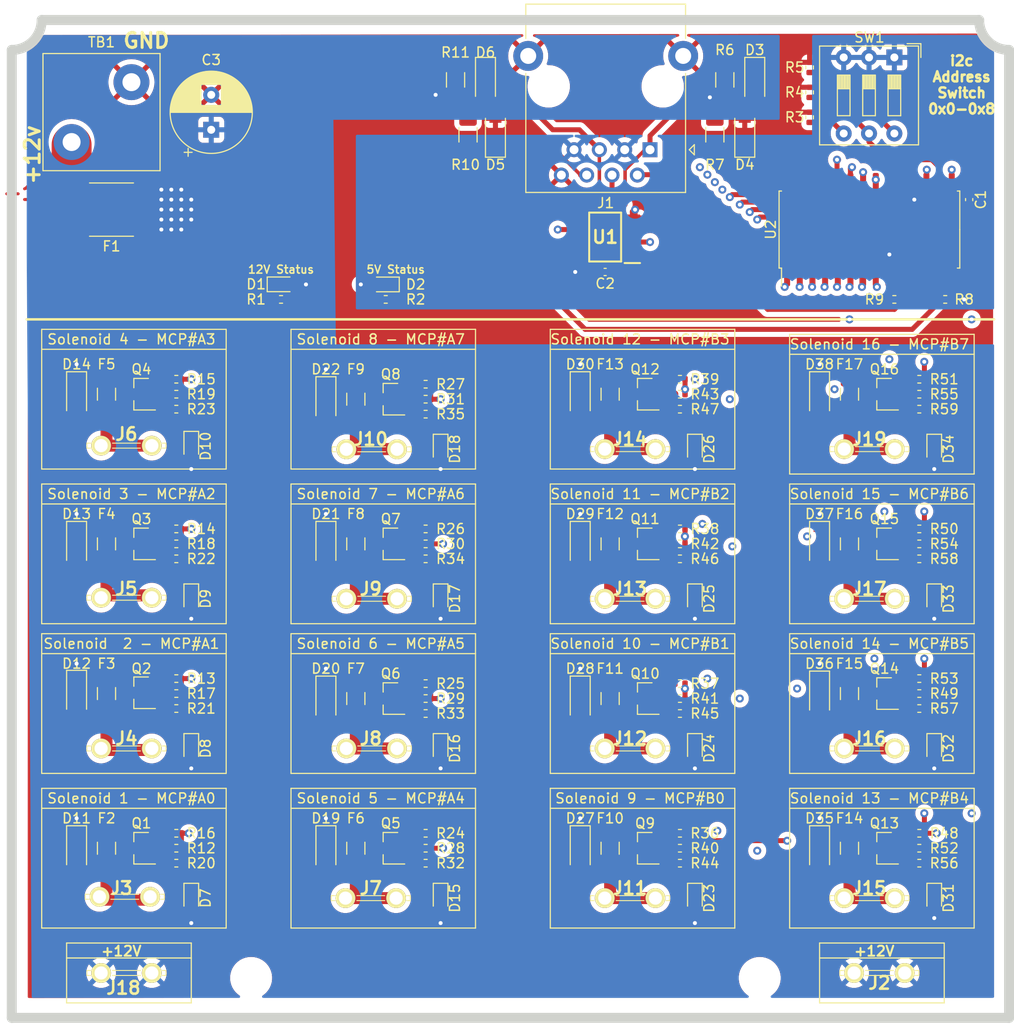
<source format=kicad_pcb>
(kicad_pcb (version 20211014) (generator pcbnew)
  (layers (0 "F.Cu" signal) (1 "In1.Cu" signal) (2 "In2.Cu" jumper) (31 "B.Cu" signal) (34 "B.Paste" user) (35 "F.Paste" user) (36 "B.SilkS" user "B.Silkscreen") (37 "F.SilkS" user "F.Silkscreen") (38 "B.Mask" user) (39 "F.Mask" user) (44 "Edge.Cuts" user))
  (net 0 "")
  (net 1 "GND")
  (net 2 "+5V")
  (net 3 "+12V")
  (net 4 "Net-(D1-Pad1)")
  (net 5 "Net-(D2-Pad1)")
  (net 6 "I2C_TX")
  (net 7 "I2C_RX")
  (net 8 "I2C_RY")
  (net 9 "I2C_TY")
  (net 10 "Net-(D7-Pad1)")
  (net 11 "Net-(D8-Pad1)")
  (net 12 "Net-(D9-Pad1)")
  (net 13 "Net-(D10-Pad1)")
  (net 14 "Net-(D11-Pad2)")
  (net 15 "Net-(D12-Pad2)")
  (net 16 "Net-(D13-Pad2)")
  (net 17 "Net-(D14-Pad2)")
  (net 18 "Net-(D15-Pad1)")
  (net 19 "Net-(D16-Pad1)")
  (net 20 "Net-(D17-Pad1)")
  (net 21 "Net-(D18-Pad1)")
  (net 22 "Net-(D19-Pad2)")
  (net 23 "Net-(D20-Pad2)")
  (net 24 "Net-(D21-Pad2)")
  (net 25 "Net-(D22-Pad2)")
  (net 26 "Net-(D23-Pad1)")
  (net 27 "Net-(D24-Pad1)")
  (net 28 "Net-(D25-Pad1)")
  (net 29 "Net-(D26-Pad1)")
  (net 30 "Net-(D27-Pad2)")
  (net 31 "Net-(D28-Pad2)")
  (net 32 "Net-(D29-Pad2)")
  (net 33 "Net-(D30-Pad2)")
  (net 34 "Net-(D31-Pad1)")
  (net 35 "Net-(D32-Pad1)")
  (net 36 "Net-(D33-Pad1)")
  (net 37 "Net-(D34-Pad1)")
  (net 38 "Net-(D35-Pad2)")
  (net 39 "Net-(D36-Pad2)")
  (net 40 "Net-(D37-Pad2)")
  (net 41 "Net-(D38-Pad2)")
  (net 42 "Net-(F1-Pad2)")
  (net 43 "Net-(F2-Pad1)")
  (net 44 "Net-(F3-Pad1)")
  (net 45 "Net-(F4-Pad1)")
  (net 46 "Net-(F5-Pad1)")
  (net 47 "Net-(F6-Pad1)")
  (net 48 "Net-(F7-Pad1)")
  (net 49 "Net-(F8-Pad1)")
  (net 50 "Net-(F9-Pad1)")
  (net 51 "Net-(F10-Pad1)")
  (net 52 "Net-(F11-Pad1)")
  (net 53 "Net-(F12-Pad1)")
  (net 54 "Net-(F13-Pad1)")
  (net 55 "Net-(F14-Pad1)")
  (net 56 "Net-(F15-Pad1)")
  (net 57 "Net-(F16-Pad1)")
  (net 58 "Net-(F17-Pad1)")
  (net 59 "Net-(Q1-Pad1)")
  (net 60 "Net-(Q2-Pad1)")
  (net 61 "Net-(Q3-Pad1)")
  (net 62 "Net-(Q4-Pad1)")
  (net 63 "Net-(Q5-Pad1)")
  (net 64 "Net-(Q6-Pad1)")
  (net 65 "Net-(Q7-Pad1)")
  (net 66 "Net-(Q8-Pad1)")
  (net 67 "Net-(Q9-Pad1)")
  (net 68 "Net-(Q10-Pad1)")
  (net 69 "Net-(Q11-Pad1)")
  (net 70 "Net-(Q12-Pad1)")
  (net 71 "Net-(Q13-Pad1)")
  (net 72 "Net-(Q14-Pad1)")
  (net 73 "Net-(Q15-Pad1)")
  (net 74 "Net-(Q16-Pad1)")
  (net 75 "Net-(R3-Pad1)")
  (net 76 "Net-(R4-Pad1)")
  (net 77 "Net-(R5-Pad1)")
  (net 78 "I2C_SDA")
  (net 79 "I2C_SCL")
  (net 80 "Solenoid1_A0")
  (net 81 "Solenoid2_A1")
  (net 82 "Solenoid3_A2")
  (net 83 "Solenoid4_A3")
  (net 84 "Solenoid5_A4")
  (net 85 "Solenoid6_A5")
  (net 86 "Solenoid7_A6")
  (net 87 "Solenoid8_A7")
  (net 88 "Solenoid9_B0")
  (net 89 "Solenoid10_B1")
  (net 90 "Solenoid11_B2")
  (net 91 "Solenoid12_B3")
  (net 92 "Solenoid13_B4")
  (net 93 "Solenoid14_B5")
  (net 94 "Solenoid15_B6")
  (net 95 "Solenoid16_B7")
  (net 96 "Net-(U2-Pad11)")
  (net 97 "Net-(U2-Pad14)")
  (net 98 "Net-(U2-Pad19)")
  (net 99 "Net-(U2-Pad20)")
  (footprint "Capacitor_SMD:C_0402_1005Metric" (layer "F.Cu") (at 146 68 -90)
    (fp_text reference "C1")
    (fp_text value ".1uF")
  )
  (footprint "Capacitor_SMD:C_0402_1005Metric" (layer "F.Cu") (at 109.5 75.25 180)
    (fp_text reference "C2")
    (fp_text value ".1uF")
  )
  (footprint "LED_SMD:LED_0603_1608Metric" (layer "F.Cu") (at 77.1 76.49)
    (fp_text reference "D1")
    (fp_text value "LED_Red")
  )
  (footprint "LED_SMD:LED_0603_1608Metric" (layer "F.Cu") (at 87.37 76.5 180)
    (fp_text reference "D2")
    (fp_text value "LED_Red")
  )
  (footprint "Diode_SMD:D_SOD-123" (layer "F.Cu") (at 124.5 56 -90)
    (fp_text reference "D3")
    (fp_text value "D_TVS")
  )
  (footprint "Diode_SMD:D_SOD-123" (layer "F.Cu") (at 123.5 61.5 90)
    (fp_text reference "D4")
    (fp_text value "D_TVS")
  )
  (footprint "Diode_SMD:D_SOD-123" (layer "F.Cu") (at 98.5 61.5 90)
    (fp_text reference "D5")
    (fp_text value "D_TVS")
  )
  (footprint "Diode_SMD:D_SOD-123" (layer "F.Cu") (at 97.5 56 -90)
    (fp_text reference "D6")
    (fp_text value "D_TVS")
  )
  (footprint "LED_SMD:LED_0603_1608Metric" (layer "F.Cu") (at 68 138 -90)
    (fp_text reference "D7")
    (fp_text value "LED_Green")
  )
  (footprint "LED_SMD:LED_0603_1608Metric" (layer "F.Cu") (at 68 123 -90)
    (fp_text reference "D8")
    (fp_text value "LED_Green")
  )
  (footprint "LED_SMD:LED_0603_1608Metric" (layer "F.Cu") (at 68 108 -90)
    (fp_text reference "D9")
    (fp_text value "LED_Green")
  )
  (footprint "LED_SMD:LED_0603_1608Metric" (layer "F.Cu") (at 68 92.7125 -90)
    (fp_text reference "D10")
    (fp_text value "LED_Green")
  )
  (footprint "Diode_SMD:D_SOD-123" (layer "F.Cu") (at 56.5 133 -90)
    (fp_text reference "D11")
    (fp_text value "D_TVS")
  )
  (footprint "Diode_SMD:D_SOD-123" (layer "F.Cu") (at 56.5 117.42 -90)
    (fp_text reference "D12")
    (fp_text value "D_TVS")
  )
  (footprint "Diode_SMD:D_SOD-123" (layer "F.Cu") (at 56.5 102.5 -90)
    (fp_text reference "D13")
    (fp_text value "D_TVS")
  )
  (footprint "Diode_SMD:D_SOD-123" (layer "F.Cu") (at 56.5 87.5 -90)
    (fp_text reference "D14")
    (fp_text value "D_TVS")
  )
  (footprint "LED_SMD:LED_0603_1608Metric" (layer "F.Cu") (at 93 138 -90)
    (fp_text reference "D15")
    (fp_text value "LED_Green")
  )
  (footprint "LED_SMD:LED_0603_1608Metric" (layer "F.Cu") (at 93 123 -90)
    (fp_text reference "D16")
    (fp_text value "LED_Green")
  )
  (footprint "LED_SMD:LED_0603_1608Metric" (layer "F.Cu") (at 93 108 -90)
    (fp_text reference "D17")
    (fp_text value "LED_Green")
  )
  (footprint "LED_SMD:LED_0603_1608Metric" (layer "F.Cu") (at 93 93 -90)
    (fp_text reference "D18")
    (fp_text value "LED_Green")
  )
  (footprint "Diode_SMD:D_SOD-123" (layer "F.Cu") (at 81.5 133 -90)
    (fp_text reference "D19")
    (fp_text value "D_TVS")
  )
  (footprint "Diode_SMD:D_SOD-123" (layer "F.Cu") (at 81.5 118 -90)
    (fp_text reference "D20")
    (fp_text value "D_TVS")
  )
  (footprint "Diode_SMD:D_SOD-123" (layer "F.Cu") (at 81.5 102.5 -90)
    (fp_text reference "D21")
    (fp_text value "D_TVS")
  )
  (footprint "Diode_SMD:D_SOD-123" (layer "F.Cu") (at 81.5 88 -90)
    (fp_text reference "D22")
    (fp_text value "D_TVS")
  )
  (footprint "LED_SMD:LED_0603_1608Metric" (layer "F.Cu") (at 118.5 138 -90)
    (fp_text reference "D23")
    (fp_text value "LED_Green")
  )
  (footprint "LED_SMD:LED_0603_1608Metric" (layer "F.Cu") (at 118.5 123 -90)
    (fp_text reference "D24")
    (fp_text value "LED_Green")
  )
  (footprint "LED_SMD:LED_0603_1608Metric" (layer "F.Cu") (at 118.5 108 -90)
    (fp_text reference "D25")
    (fp_text value "LED_Green")
  )
  (footprint "LED_SMD:LED_0603_1608Metric" (layer "F.Cu") (at 118.5 93 -90)
    (fp_text reference "D26")
    (fp_text value "LED_Green")
  )
  (footprint "Diode_SMD:D_SOD-123" (layer "F.Cu") (at 107 133 -90)
    (fp_text reference "D27")
    (fp_text value "D_TVS")
  )
  (footprint "Diode_SMD:D_SOD-123" (layer "F.Cu") (at 107 118 -90)
    (fp_text reference "D28")
    (fp_text value "D_TVS")
  )
  (footprint "Diode_SMD:D_SOD-123" (layer "F.Cu") (at 107 102.5 -90)
    (fp_text reference "D29")
    (fp_text value "D_TVS")
  )
  (footprint "Diode_SMD:D_SOD-123" (layer "F.Cu") (at 107 87.5 -90)
    (fp_text reference "D30")
    (fp_text value "D_TVS")
  )
  (footprint "LED_SMD:LED_0603_1608Metric" (layer "F.Cu") (at 142.5 138 -90)
    (fp_text reference "D31")
    (fp_text value "LED_Green")
  )
  (footprint "LED_SMD:LED_0603_1608Metric" (layer "F.Cu") (at 142.5 123 -90)
    (fp_text reference "D32")
    (fp_text value "LED_Green")
  )
  (footprint "LED_SMD:LED_0603_1608Metric" (layer "F.Cu") (at 142.5 108 -90)
    (fp_text reference "D33")
    (fp_text value "LED_Green")
  )
  (footprint "LED_SMD:LED_0603_1608Metric" (layer "F.Cu") (at 142.5 93 -90)
    (fp_text reference "D34")
    (fp_text value "LED_Green")
  )
  (footprint "Diode_SMD:D_SOD-123" (layer "F.Cu") (at 131 133 -90)
    (fp_text reference "D35")
    (fp_text value "D_TVS")
  )
  (footprint "Diode_SMD:D_SOD-123" (layer "F.Cu") (at 131 117.5 -90)
    (fp_text reference "D36")
    (fp_text value "D_TVS")
  )
  (footprint "Diode_SMD:D_SOD-123" (layer "F.Cu") (at 131 102.5 -90)
    (fp_text reference "D37")
    (fp_text value "D_TVS")
  )
  (footprint "Diode_SMD:D_SOD-123" (layer "F.Cu") (at 131 87.5 -90)
    (fp_text reference "D38")
    (fp_text value "D_TVS")
  )
  (footprint "Fuse:Fuse_2920_7451Metric" (layer "F.Cu") (at 60 69 180)
    (fp_text reference "F1")
    (fp_text value "8A")
  )
  (footprint "Fuse:Fuse_1206_3216Metric" (layer "F.Cu") (at 59.5 133 -90)
    (fp_text reference "F2")
    (fp_text value "1A")
  )
  (footprint "Fuse:Fuse_1206_3216Metric" (layer "F.Cu") (at 59.5 117.5 -90)
    (fp_text reference "F3")
    (fp_text value "1A")
  )
  (footprint "Fuse:Fuse_1206_3216Metric" (layer "F.Cu") (at 59.5 102.5 -90)
    (fp_text reference "F4")
    (fp_text value "1A")
  )
  (footprint "Fuse:Fuse_1206_3216Metric" (layer "F.Cu") (at 59.5 87.5 -90)
    (fp_text reference "F5")
    (fp_text value "1A")
  )
  (footprint "Fuse:Fuse_1206_3216Metric" (layer "F.Cu") (at 84.5 133 -90)
    (fp_text reference "F6")
    (fp_text value "1A")
  )
  (footprint "Fuse:Fuse_1206_3216Metric" (layer "F.Cu") (at 84.5 118 -90)
    (fp_text reference "F7")
    (fp_text value "1A")
  )
  (footprint "Fuse:Fuse_1206_3216Metric" (layer "F.Cu") (at 84.5 102.5 -90)
    (fp_text reference "F8")
    (fp_text value "1A")
  )
  (footprint "Fuse:Fuse_1206_3216Metric" (layer "F.Cu") (at 84.5 88 -90)
    (fp_text reference "F9")
    (fp_text value "1A")
  )
  (footprint "Fuse:Fuse_1206_3216Metric" (layer "F.Cu") (at 110 133 -90)
    (fp_text reference "F10")
    (fp_text value "1A")
  )
  (footprint "Fuse:Fuse_1206_3216Metric" (layer "F.Cu") (at 110 118 -90)
    (fp_text reference "F11")
    (fp_text value "1A")
  )
  (footprint "Fuse:Fuse_1206_3216Metric" (layer "F.Cu") (at 110 102.5 -90)
    (fp_text reference "F12")
    (fp_text value "1A")
  )
  (footprint "Fuse:Fuse_1206_3216Metric" (layer "F.Cu") (at 110 87.5 -90)
    (fp_text reference "F13")
    (fp_text value "1A")
  )
  (footprint "Fuse:Fuse_1206_3216Metric" (layer "F.Cu") (at 134 133 -90)
    (fp_text reference "F14")
    (fp_text value "1A")
  )
  (footprint "Fuse:Fuse_1206_3216Metric" (layer "F.Cu") (at 134 117.5 -90)
    (fp_text reference "F15")
    (fp_text value "1A")
  )
  (footprint "Fuse:Fuse_1206_3216Metric" (layer "F.Cu") (at 134 102.5 -90)
    (fp_text reference "F16")
    (fp_text value "1A")
  )
  (footprint "Fuse:Fuse_1206_3216Metric" (layer "F.Cu") (at 134 87.5 -90)
    (fp_text reference "F17")
    (fp_text value "1A")
  )
  (footprint "1287_with3D:1287" (layer "F.Cu") (at 137 145.5)
    (fp_text reference "J2")
    (fp_text value "Conn_01x01_Male" hide)
  )
  (footprint "1287_with3D:1287" (layer "F.Cu") (at 61.333 137.867)
    (fp_text reference "J3")
    (fp_text value "Conn_01x01_Male" hide)
  )
  (footprint "1287_with3D:1287" (layer "F.Cu") (at 61.5 123)
    (fp_text reference "J4")
    (fp_text value "Conn_01x01_Male" hide)
  )
  (footprint "1287_with3D:1287" (layer "F.Cu") (at 61.5 107.895)
    (fp_text reference "J5")
    (fp_text value "Conn_01x01_Male" hide)
  )
  (footprint "1287_with3D:1287" (layer "F.Cu") (at 61.5 92.655)
    (fp_text reference "J6")
    (fp_text value "Conn_01x01_Male" hide)
  )
  (footprint "1287_with3D:1287" (layer "F.Cu") (at 86 138)
    (fp_text reference "J7")
    (fp_text value "Conn_01x01_Male" hide)
  )
  (footprint "1287_with3D:1287" (layer "F.Cu") (at 86.09 123)
    (fp_text reference "J8")
    (fp_text value "Conn_01x01_Male" hide)
  )
  (footprint "1287_with3D:1287" (layer "F.Cu") (at 86.09 108)
    (fp_text reference "J9")
    (fp_text value "Conn_01x01_Male" hide)
  )
  (footprint "1287_with3D:1287" (layer "F.Cu") (at 86.09 93.02)
    (fp_text reference "J10")
    (fp_text value "Conn_01x01_Male" hide)
  )
  (footprint "1287_with3D:1287" (layer "F.Cu") (at 112 138)
    (fp_text reference "J11")
    (fp_text value "Conn_01x01_Male" hide)
  )
  (footprint "1287_with3D:1287" (layer "F.Cu") (at 112 123)
    (fp_text reference "J12")
    (fp_text value "Conn_01x01_Male" hide)
  )
  (footprint "1287_with3D:1287" (layer "F.Cu") (at 112 108)
    (fp_text reference "J13")
    (fp_text value "Conn_01x01_Male" hide)
  )
  (footprint "1287_with3D:1287" (layer "F.Cu") (at 112 93)
    (fp_text reference "J14")
    (fp_text value "Conn_01x01_Male" hide)
  )
  (footprint "1287_with3D:1287" (layer "F.Cu") (at 136 138)
    (fp_text reference "J15")
    (fp_text value "Conn_01x01_Male" hide)
  )
  (footprint "1287_with3D:1287" (layer "F.Cu") (at 136 123)
    (fp_text reference "J16")
    (fp_text value "Conn_01x01_Male" hide)
  )
  (footprint "1287_with3D:1287" (layer "F.Cu") (at 136 108)
    (fp_text reference "J17")
    (fp_text value "Conn_01x01_Male" hide)
  )
  (footprint "1287_with3D:1287" (layer "F.Cu") (at 61.5 145.5)
    (fp_text reference "J18")
    (fp_text value "Conn_01x01_Male" hide)
  )
  (footprint "1287_with3D:1287" (layer "F.Cu") (at 136 93)
    (fp_text reference "J19")
    (fp_text value "Conn_01x01_Male" hide)
  )
  (footprint "Package_TO_SOT_SMD:SOT-23" (layer "F.Cu") (at 63 133 180)
    (fp_text reference "Q1")
    (fp_text value "AO3400A")
  )
  (footprint "Package_TO_SOT_SMD:SOT-23" (layer "F.Cu") (at 63 117.42 180)
    (fp_text reference "Q2")
    (fp_text value "AO3400A")
  )
  (footprint "Package_TO_SOT_SMD:SOT-23" (layer "F.Cu") (at 63 102.5 180)
    (fp_text reference "Q3")
    (fp_text value "AO3400A")
  )
  (footprint "Package_TO_SOT_SMD:SOT-23" (layer "F.Cu") (at 63 87.5 180)
    (fp_text reference "Q4")
    (fp_text value "AO3400A")
  )
  (footprint "Package_TO_SOT_SMD:SOT-23" (layer "F.Cu") (at 88 133 180)
    (fp_text reference "Q5")
    (fp_text value "AO3400A")
  )
  (footprint "Package_TO_SOT_SMD:SOT-23" (layer "F.Cu") (at 88 118 180)
    (fp_text reference "Q6")
    (fp_text value "AO3400A")
  )
  (footprint "Package_TO_SOT_SMD:SOT-23" (layer "F.Cu") (at 88 102.5 180)
    (fp_text reference "Q7")
    (fp_text value "AO3400A")
  )
  (footprint "Package_TO_SOT_SMD:SOT-23" (layer "F.Cu") (at 88 88 180)
    (fp_text reference "Q8")
    (fp_text value "AO3400A")
  )
  (footprint "Package_TO_SOT_SMD:SOT-23" (layer "F.Cu") (at 113.5 133 180)
    (fp_text reference "Q9")
    (fp_text value "AO3400A")
  )
  (footprint "Package_TO_SOT_SMD:SOT-23" (layer "F.Cu") (at 113.5 118 180)
    (fp_text reference "Q10")
    (fp_text value "AO3400A")
  )
  (footprint "Package_TO_SOT_SMD:SOT-23" (layer "F.Cu") (at 113.5 102.5 180)
    (fp_text reference "Q11")
    (fp_text value "AO3400A")
  )
  (footprint "Package_TO_SOT_SMD:SOT-23" (layer "F.Cu") (at 113.5 87.5 180)
    (fp_text reference "Q12")
    (fp_text value "AO3400A")
  )
  (footprint "Package_TO_SOT_SMD:SOT-23" (layer "F.Cu") (at 137.5 133 180)
    (fp_text reference "Q13")
    (fp_text value "AO3400A")
  )
  (footprint "Package_TO_SOT_SMD:SOT-23" (layer "F.Cu") (at 137.5 117.5 180)
    (fp_text reference "Q14")
    (fp_text value "AO3400A")
  )
  (footprint "Package_TO_SOT_SMD:SOT-23" (layer "F.Cu") (at 137.5 102.5 180)
    (fp_text reference "Q15")
    (fp_text value "AO3400A")
  )
  (footprint "Package_TO_SOT_SMD:SOT-23" (layer "F.Cu") (at 137.5 87.5 180)
    (fp_text reference "Q16")
    (fp_text value "AO3400A")
  )
  (footprint "Resistor_SMD:R_0402_1005Metric" (layer "F.Cu") (at 77 78 180)
    (fp_text reference "R1")
    (fp_text value "6.8k")
  )
  (footprint "Resistor_SMD:R_0402_1005Metric" (layer "F.Cu") (at 87.5 78)
    (fp_text reference "R2")
    (fp_text value "2k")
  )
  (footprint "Resistor_SMD:R_0402_1005Metric" (layer "F.Cu") (at 130 59.75 90)
    (fp_text reference "R3")
    (fp_text value "6.8k")
  )
  (footprint "Resistor_SMD:R_0402_1005Metric" (layer "F.Cu") (at 130 57.25 90)
    (fp_text reference "R4")
    (fp_text value "6.8k")
  )
  (footprint "Resistor_SMD:R_0402_1005Metric" (layer "F.Cu") (at 130 54.75 90)
    (fp_text reference "R5")
    (fp_text value "6.8k")
  )
  (footprint "Resistor_SMD:R_1206_3216Metric" (layer "F.Cu") (at 121.5 56 90)
    (fp_text reference "R6")
    (fp_text value "750")
  )
  (footprint "Resistor_SMD:R_1206_3216Metric" (layer "F.Cu") (at 120.5 61.5 -90)
    (fp_text reference "R7")
    (fp_text value "750")
  )
  (footprint "Resistor_SMD:R_0402_1005Metric" (layer "F.Cu") (at 143.6 78 180)
    (fp_text reference "R8")
    (fp_text value "2k")
  )
  (footprint "Resistor_SMD:R_1206_3216Metric" (layer "F.Cu") (at 95.75 61.5 -90)
    (fp_text reference "R10")
    (fp_text value "750")
  )
  (footprint "Resistor_SMD:R_1206_3216Metric" (layer "F.Cu") (at 94.5 56 90)
    (fp_text reference "R11")
    (fp_text value "750")
  )
  (footprint "Resistor_SMD:R_0402_1005Metric" (layer "F.Cu") (at 66.5 131.5 180)
    (fp_text reference "R12")
    (fp_text value "1M")
  )
  (footprint "Resistor_SMD:R_0402_1005Metric" (layer "F.Cu") (at 66.5 116 180)
    (fp_text reference "R13")
    (fp_text value "1M")
  )
  (footprint "Resistor_SMD:R_0402_1005Metric" (layer "F.Cu") (at 66.5 101 180)
    (fp_text reference "R14")
    (fp_text value "1M")
  )
  (footprint "Resistor_SMD:R_0402_1005Metric" (layer "F.Cu") (at 66.5 86 180)
    (fp_text reference "R15")
    (fp_text value "1M")
  )
  (footprint "Resistor_SMD:R_0402_1005Metric" (layer "F.Cu") (at 66.5 133)
    (fp_text reference "R16")
    (fp_text value "300")
  )
  (footprint "Resistor_SMD:R_0402_1005Metric" (layer "F.Cu") (at 66.5 117.5)
    (fp_text reference "R17")
    (fp_text value "300")
  )
  (footprint "Resistor_SMD:R_0402_1005Metric" (layer "F.Cu") (at 66.5 102.5)
    (fp_text reference "R18")
    (fp_text value "300")
  )
  (footprint "Resistor_SMD:R_0402_1005Metric" (layer "F.Cu") (at 66.5 87.5)
    (fp_text reference "R19")
    (fp_text value "300")
  )
  (footprint "Resistor_SMD:R_0402_1005Metric" (layer "F.Cu") (at 66.5 134.5)
    (fp_text reference "R20")
    (fp_text value "6.8k")
  )
  (footprint "Resistor_SMD:R_0402_1005Metric" (layer "F.Cu") (at 66.5 119)
    (fp_text reference "R21")
    (fp_text value "6.8k")
  )
  (footprint "Resistor_SMD:R_0402_1005Metric" (layer "F.Cu") (at 66.5 104)
    (fp_text reference "R22")
    (fp_text value "6.8k")
  )
  (footprint "Resistor_SMD:R_0402_1005Metric" (layer "F.Cu") (at 66.5 89)
    (fp_text reference "R23")
    (fp_text value "6.8k")
  )
  (footprint "Resistor_SMD:R_0402_1005Metric" (layer "F.Cu") (at 91.5 131.5 180)
    (fp_text reference "R24")
    (fp_text value "1M")
  )
  (footprint "Resistor_SMD:R_0402_1005Metric" (layer "F.Cu") (at 91.5 116.5 180)
    (fp_text reference "R25")
    (fp_text value "1M")
  )
  (footprint "Resistor_SMD:R_0402_1005Metric" (layer "F.Cu") (at 91.5 101 180)
    (fp_text reference "R26")
    (fp_text value "1M")
  )
  (footprint "Resistor_SMD:R_0402_1005Metric" (layer "F.Cu") (at 91.5 86.5 180)
    (fp_text reference "R27")
    (fp_text value "1M")
  )
  (footprint "Resistor_SMD:R_0402_1005Metric" (layer "F.Cu") (at 91.5 133)
    (fp_text reference "R28")
    (fp_text value "300")
  )
  (footprint "Resistor_SMD:R_0402_1005Metric" (layer "F.Cu") (at 91.5 118)
    (fp_text reference "R29")
    (fp_text value "300")
  )
  (footprint "Resistor_SMD:R_0402_1005Metric" (layer "F.Cu") (at 91.5 102.5)
    (fp_text reference "R30")
    (fp_text value "300")
  )
  (footprint "Resistor_SMD:R_0402_1005Metric" (layer "F.Cu") (at 91.5 88)
    (fp_text reference "R31")
    (fp_text value "300")
  )
  (footprint "Resistor_SMD:R_0402_1005Metric" (layer "F.Cu") (at 91.5 134.5)
    (fp_text reference "R32")
    (fp_text value "6.8k")
  )
  (footprint "Resistor_SMD:R_0402_1005Metric" (layer "F.Cu") (at 91.5 119.5)
    (fp_text reference "R33")
    (fp_text value "6.8k")
  )
  (footprint "Resistor_SMD:R_0402_1005Metric" (layer "F.Cu") (at 91.5 104)
    (fp_text reference "R34")
    (fp_text value "6.8k")
  )
  (footprint "Resistor_SMD:R_0402_1005Metric" (layer "F.Cu") (at 91.5 89.5)
    (fp_text reference "R35")
    (fp_text value "6.8k")
  )
  (footprint "Resistor_SMD:R_0402_1005Metric" (layer "F.Cu") (at 117 131.5 180)
    (fp_text reference "R36")
    (fp_text value "1M")
  )
  (footprint "Resistor_SMD:R_0402_1005Metric" (layer "F.Cu") (at 117 116.5 180)
    (fp_text reference "R37")
    (fp_text value "1M")
  )
  (footprint "Resistor_SMD:R_0402_1005Metric" (layer "F.Cu") (at 117 101 180)
    (fp_text reference "R38")
    (fp_text value "1M")
  )
  (footprint "Resistor_SMD:R_0402_1005Metric" (layer "F.Cu") (at 117 86 180)
    (fp_text reference "R39")
    (fp_text value "1M")
  )
  (footprint "Resistor_SMD:R_0402_1005Metric" (layer "F.Cu") (at 117 133)
    (fp_text reference "R40")
    (fp_text value "300")
  )
  (footprint "Resistor_SMD:R_0402_1005Metric" (layer "F.Cu") (at 117 118)
    (fp_text reference "R41")
    (fp_text value "300")
  )
  (footprint "Resistor_SMD:R_0402_1005Metric" (layer "F.Cu") (at 117 102.5)
    (fp_text reference "R42")
    (fp_text value "300")
  )
  (footprint "Resistor_SMD:R_0402_1005Metric" (layer "F.Cu") (at 117 87.5)
    (fp_text reference "R43")
    (fp_text value "300")
  )
  (footprint "Resistor_SMD:R_0402_1005Metric" (layer "F.Cu") (at 117 134.5)
    (fp_text reference "R44")
    (fp_text value "6.8k")
  )
  (footprint "Resistor_SMD:R_0402_1005Metric" (layer "F.Cu") (at 117 119.5)
    (fp_text reference "R45")
    (fp_text value "6.8k")
  )
  (footprint "Resistor_SMD:R_0402_1005Metric" (layer "F.Cu") (at 117 104)
    (fp_text reference "R46")
    (fp_text value "6.8k")
  )
  (footprint "Resistor_SMD:R_0402_1005Metric" (layer "F.Cu") (at 117 89)
    (fp_text reference "R47")
    (fp_text value "6.8k")
  )
  (footprint "Resistor_SMD:R_0402_1005Metric" (layer "F.Cu") (at 141 131.5 180)
    (fp_text reference "R48")
    (fp_text value "1M")
  )
  (footprint "Resistor_SMD:R_0402_1005Metric" (layer "F.Cu") (at 141 116 180)
    (fp_text reference "R49")
    (fp_text value "1M")
  )
  (footprint "Resistor_SMD:R_0402_1005Metric" (layer "F.Cu") (at 141 101 180)
    (fp_text reference "R50")
    (fp_text value "1M")
  )
  (footprint "Resistor_SMD:R_0402_1005Metric" (layer "F.Cu") (at 141 86 180)
    (fp_text reference "R51")
    (fp_text value "1M")
  )
  (footprint "Resistor_SMD:R_0402_1005Metric" (layer "F.Cu") (at 141 133)
    (fp_text reference "R52")
    (fp_text value "300")
  )
  (footprint "Resistor_SMD:R_0402_1005Metric" (layer "F.Cu") (at 141 117.5)
    (fp_text reference "R53")
    (fp_text value "300")
  )
  (footprint "Resistor_SMD:R_0402_1005Metric" (layer "F.Cu") (at 141 102.5)
    (fp_text reference "R54")
    (fp_text value "300")
  )
  (footprint "Resistor_SMD:R_0402_1005Metric" (layer "F.Cu") (at 141 87.5)
    (fp_text reference "R55")
    (fp_text value "300")
  )
  (footprint "Resistor_SMD:R_0402_1005Metric" (layer "F.Cu") (at 141 134.5)
    (fp_text reference "R56")
    (fp_text value "6.8k")
  )
  (footprint "Resistor_SMD:R_0402_1005Metric" (layer "F.Cu") (at 141 119)
    (fp_text reference "R57")
    (fp_text value "6.8k")
  )
  (footprint "Resistor_SMD:R_0402_1005Metric" (layer "F.Cu") (at 141 104)
    (fp_text reference "R58")
    (fp_text value "6.8k")
  )
  (footprint "Resistor_SMD:R_0402_1005Metric" (layer "F.Cu") (at 141 89)
    (fp_text reference "R59")
    (fp_text value "6.8k")
  )
  (footprint "KF250-3.5-2P-1:KF250-3.5-2P-1" (layer "F.Cu") (at 56 62.23)
    (fp_text reference "TB1")
    (fp_text value "Screw_Terminal_01x02")
  )
  (footprint "P82B96TD,118_with3D:P82B96TD,118" (layer "F.Cu") (at 109.5 71.75 180)
    (fp_text reference "U1")
    (fp_text value "P82B96TD,118" hide)
  )
  (footprint "Package_SO:SOIC-28W_7.5x17.9mm_P1.27mm" (layer "F.Cu") (at 136 71 90)
    (fp_text reference "U2")
    (fp_text value "MCP23017")
  )
  (footprint "Capacitor_THT:CP_Radial_D8.0mm_P3.50mm" (layer "F.Cu") (at 70 61 90)
    (fp_text reference "C3")
    (fp_text value "DNS")
  )
  (footprint "Resistor_SMD:R_0402_1005Metric" (layer "F.Cu") (at 138.5 78)
    (fp_text reference "R9")
    (fp_text value "2k")
  )
  (footprint "Button_Switch_THT:SW_DIP_SPSTx03_Slide_9.78x9.8mm_W7.62mm_P2.54mm" (layer "F.Cu") (at 138.5 53.75 -90)
    (fp_text reference "SW1")
    (fp_text value "SW_DIP_x03")
  )
  (footprint "Connector_RJ:RJ45_Ninigi_GE" (layer "F.Cu") (at 114 63 180)
    (fp_text reference "J1")
    (fp_text value "RJ45")
  )
  (footprint "MountingHole:MountingHole_3.2mm_M3_DIN965" (layer "F.Cu") (at 74 146)
    (fp_text reference "REF**" hide)
    (fp_text value "MountingHole_3.2mm_M3_DIN965")
  )
  (footprint "MountingHole:MountingHole_3.2mm_M3_DIN965" (layer "F.Cu") (at 125 146)
    (fp_text reference "REF**" hide)
    (fp_text value "MountingHole_3.2mm_M3_DIN965")
  )
  (gr_line (start 71.5 141) (end 53 141) (layer "F.SilkS") (width 0.12))
  (gr_line (start 53 129) (end 71.5 129) (layer "F.SilkS") (width 0.12))
  (gr_line (start 128 83.5) (end 146.5 83.5) (layer "F.SilkS") (width 0.12))
  (gr_line (start 128 95.5) (end 128 81.5) (layer "F.SilkS") (width 0.12))
  (gr_line (start 146.5 95.5) (end 128 95.5) (layer "F.SilkS") (width 0.12))
  (gr_line (start 146.5 81.5) (end 146.5 95.5) (layer "F.SilkS") (width 0.12))
  (gr_line (start 128 81.5) (end 146.5 81.5) (layer "F.SilkS") (width 0.12))
  (gr_line (start 68 142.5) (end 55.5 142.5) (layer "F.SilkS") (width 0.12))
  (gr_line (start 68 144) (end 55.5 144) (layer "F.SilkS") (width 0.12))
  (gr_line (start 131 142.5) (end 131 148.5) (layer "F.SilkS") (width 0.12))
  (gr_line (start 131 148.5) (end 143.5 148.5) (layer "F.SilkS") (width 0.12))
  (gr_line (start 143.5 142.5) (end 131 142.5) (layer "F.SilkS") (width 0.12))
  (gr_line (start 143.5 148.5) (end 143.5 142.5) (layer "F.SilkS") (width 0.12))
  (gr_line (start 143.5 144) (end 131 144) (layer "F.SilkS") (width 0.12))
  (gr_line (start 122.5 141) (end 104 141) (layer "F.SilkS") (width 0.12))
  (gr_line (start 78 129) (end 96.5 129) (layer "F.SilkS") (width 0.12))
  (gr_line (start 146.5 141) (end 128 141) (layer "F.SilkS") (width 0.12))
  (gr_line (start 71.5 81) (end 71.5 95) (layer "F.SilkS") (width 0.12))
  (gr_line (start 71.5 125.5) (end 53 125.5) (layer "F.SilkS") (width 0.12))
  (gr_line (start 104 141) (end 104 127) (layer "F.SilkS") (width 0.12))
  (gr_line (start 122.5 127) (end 122.5 141) (layer "F.SilkS") (width 0.12))
  (gr_line (start 55.5 142.5) (end 55.5 148.5) (layer "F.SilkS") (width 0.12))
  (gr_line (start 96.5 125.5) (end 78 125.5) (layer "F.SilkS") (width 0.12))
  (gr_line (start 51.5 80) (end 148.5 80) (layer "F.SilkS") (width 0.25))
  (gr_line (start 104 127) (end 122.5 127) (layer "F.SilkS") (width 0.12))
  (gr_line (start 128 141) (end 128 127) (layer "F.SilkS") (width 0.12))
  (gr_line (start 96.5 141) (end 78 141) (layer "F.SilkS") (width 0.12))
  (gr_line (start 96.5 81) (end 96.5 95) (layer "F.SilkS") (width 0.12))
  (gr_line (start 78 141) (end 78 127) (layer "F.SilkS") (width 0.12))
  (gr_line (start 71.5 127) (end 71.5 141) (layer "F.SilkS") (width 0.12))
  (gr_line (start 53 111.5) (end 71.5 111.5) (layer "F.SilkS") (width 0.12))
  (gr_line (start 78 96.5) (end 96.5 96.5) (layer "F.SilkS") (width 0.12))
  (gr_line (start 78 81) (end 96.5 81) (layer "F.SilkS") (width 0.12))
  (gr_line (start 128 96.5) (end 146.5 96.5) (layer "F.SilkS") (width 0.12))
  (gr_line (start 96.5 127) (end 96.5 141) (layer "F.SilkS") (width 0.12))
  (gr_line (start 68 148.5) (end 68 142.5) (layer "F.SilkS") (width 0.12))
  (gr_line (start 122.5 96.5) (end 122.5 110.5) (layer "F.SilkS") (width 0.12))
  (gr_line (start 53 110.5) (end 53 96.5) (layer "F.SilkS") (width 0.12))
  (gr_line (start 71.5 96.5) (end 71.5 110.5) (layer "F.SilkS") (width 0.12))
  (gr_line (start 53 125.5) (end 53 111.5) (layer "F.SilkS") (width 0.12))
  (gr_line (start 128 125.5) (end 128 111.5) (layer "F.SilkS") (width 0.12))
  (gr_line (start 128 113.5) (end 146.5 113.5) (layer "F.SilkS") (width 0.12))
  (gr_line (start 71.5 110.5) (end 53 110.5) (layer "F.SilkS") (width 0.12))
  (gr_line (start 55.5 148.5) (end 68 148.5) (layer "F.SilkS") (width 0.12))
  (gr_line (start 128 98.5) (end 146.5 98.5) (layer "F.SilkS") (width 0.12))
  (gr_line (start 104 111.5) (end 122.5 111.5) (layer "F.SilkS") (width 0.12))
  (gr_line (start 104 98.5) (end 122.5 98.5) (layer "F.SilkS") (width 0.12))
  (gr_line (start 146.5 110.5) (end 128 110.5) (layer "F.SilkS") (width 0.12))
  (gr_line (start 53 81) (end 71.5 81) (layer "F.SilkS") (width 0.12))
  (gr_line (start 122.5 110.5) (end 104 110.5) (layer "F.SilkS") (width 0.12))
  (gr_line (start 128 111.5) (end 146.5 111.5) (layer "F.SilkS") (width 0.12))
  (gr_line (start 53 98.5) (end 71.5 98.5) (layer "F.SilkS") (width 0.12))
  (gr_line (start 96.5 110.5) (end 78 110.5) (layer "F.SilkS") (width 0.12))
  (gr_line (start 78 98.5) (end 96.5 98.5) (layer "F.SilkS") (width 0.12))
  (gr_line (start 96.5 111.5) (end 96.5 125.5) (layer "F.SilkS") (width 0.12))
  (gr_line (start 104 81) (end 122.5 81) (layer "F.SilkS") (width 0.12))
  (gr_line (start 128 129) (end 146.5 129) (layer "F.SilkS") (width 0.12))
  (gr_line (start 128 110.5) (end 128 96.5) (layer "F.SilkS") (width 0.12))
  (gr_line (start 96.5 95) (end 78 95) (layer "F.SilkS") (width 0.12))
  (gr_line (start 71.5 95) (end 53 95) (layer "F.SilkS") (width 0.12))
  (gr_line (start 104 129) (end 122.5 129) (layer "F.SilkS") (width 0.12))
  (gr_line (start 78 83) (end 96.5 83) (layer "F.SilkS") (width 0.12))
  (gr_line (start 104 125.5) (end 104 111.5) (layer "F.SilkS") (width 0.12))
  (gr_line (start 104 110.5) (end 104 96.5) (layer "F.SilkS") (width 0.12))
  (gr_line (start 122.5 95) (end 104 95) (layer "F.SilkS") (width 0.12))
  (gr_line (start 96.5 96.5) (end 96.5 110.5) (layer "F.SilkS") (width 0.12))
  (gr_line (start 122.5 81) (end 122.5 95) (layer "F.SilkS") (width 0.12))
  (gr_line (start 146.5 127) (end 146.5 141) (layer "F.SilkS") (width 0.12))
  (gr_line (start 78 95) (end 78 81) (layer "F.SilkS") (width 0.12))
  (gr_line (start 122.5 111.5) (end 122.5 125.5) (layer "F.SilkS") (width 0.12))
  (gr_line (start 78 113.5) (end 96.5 113.5) (layer "F.SilkS") (width 0.12))
  (gr_line (start 53 141) (end 53 127) (layer "F.SilkS") (width 0.12))
  (gr_line (start 146.5 125.5) (end 128 125.5) (layer "F.SilkS") (width 0.12))
  (gr_line (start 53 96.5) (end 71.5 96.5) (layer "F.SilkS") (width 0.12))
  (gr_line (start 122.5 125.5) (end 104 125.5) (layer "F.SilkS") (width 0.12))
  (gr_line (start 78 125.5) (end 78 111.5) (layer "F.SilkS") (width 0.12))
  (gr_line (start 78 127) (end 96.5 127) (layer "F.SilkS") (width 0.12))
  (gr_line (start 146.5 111.5) (end 146.5 125.5) (layer "F.SilkS") (width 0.12))
  (gr_line (start 71.5 111.5) (end 71.5 125.5) (layer "F.SilkS") (width 0.12))
  (gr_line (start 53 127) (end 71.5 127) (layer "F.SilkS") (width 0.12))
  (gr_line (start 104 95) (end 104 81) (layer "F.SilkS") (width 0.12))
  (gr_line (start 104 113.5) (end 122.5 113.5) (layer "F.SilkS") (width 0.12))
  (gr_line (start 53 83) (end 71.5 83) (layer "F.SilkS") (width 0.12))
  (gr_line (start 53 113.5) (end 71.5 113.5) (layer "F.SilkS") (width 0.12))
  (gr_line (start 78 111.5) (end 96.5 111.5) (layer "F.SilkS") (width 0.12))
  (gr_line (start 104 83) (end 122.5 83) (layer "F.SilkS") (width 0.12))
  (gr_line (start 146.5 96.5) (end 146.5 110.5) (layer "F.SilkS") (width 0.12))
  (gr_line (start 53 95) (end 53 81) (layer "F.SilkS") (width 0.12))
  (gr_line (start 78 110.5) (end 78 96.5) (layer "F.SilkS") (width 0.12))
  (gr_line (start 104 96.5) (end 122.5 96.5) (layer "F.SilkS") (width 0.12))
  (gr_line (start 128 127) (end 146.5 127) (layer "F.SilkS") (width 0.12))
  (gr_line (start 50 150) (end 50 53) (layer "Edge.Cuts") (width 1))
  (gr_line (start 150 53) (end 150 150) (layer "Edge.Cuts") (width 1))
  (gr_line (start 147 50) (end 53 50) (layer "Edge.Cuts") (width 1))
  (gr_arc (start 150 53) (mid 147.87868 52.12132) (end 147 50) (layer "Edge.Cuts") (width 1))
  (gr_line (start 50 150) (end 150 150) (layer "Edge.Cuts") (width 1))
  (gr_arc (start 53 50) (mid 52.12132 52.12132) (end 50 53) (layer "Edge.Cuts") (width 1))
  (gr_text "+12v" (at 52.07 67.31) (layer "F.Cu") (effects (font (size 1.5 1.5) (thickness 0.3))))
  (gr_text "Solenoid 16 - MCP#B7" (at 137 82.5) (layer "F.SilkS") (effects (font (size 1 1))))
  (gr_text "+12V" (at 136.483092 143.315238) (layer "F.SilkS") (effects (font (size 1 1) (thickness 0.2))))
  (gr_text "5V Status" (at 88.5 75) (layer "F.SilkS") (effects (font (size 0.8 0.8))))
  (gr_text "Solenoid 3 - MCP#A2" (at 62 97.5) (layer "F.SilkS") (effects (font (size 1 1))))
  (gr_text "+12V" (at 60.983092 143.315238) (layer "F.SilkS") (effects (font (size 1 1) (thickness 0.2))))
  (gr_text "Solenoid 11 - MCP#B2" (at 113 97.5) (layer "F.SilkS") (effects (font (size 1 1))))
  (gr_text "Solenoid 12 - MCP#B3" (at 113 82) (layer "F.SilkS") (effects (font (size 1 1))))
  (gr_text "Solenoid 8 - MCP#A7" (at 87 82) (layer "F.SilkS") (effects (font (size 1 1))))
  (gr_text "Solenoid 1 - MCP#A0" (at 62 128) (layer "F.SilkS") (effects (font (size 1 1))))
  (gr_text "GND" (at 63.5 52.07) (layer "F.SilkS") (effects (font (size 1.5 1.5) (thickness 0.3))))
  (gr_text "Solenoid 5 - MCP#A4" (at 87 128) (layer "F.SilkS") (effects (font (size 1 1))))
  (gr_text "Solenoid  2 - MCP#A1" (at 62 112.5) (layer "F.SilkS") (effects (font (size 1 1))))
  (gr_text "Solenoid 10 - MCP#B1" (at 113 112.5) (layer "F.SilkS") (effects (font (size 1 1))))
  (gr_text "+12v" (at 52.07 63.5 90) (layer "F.SilkS") (effects (font (size 1.5 1.5) (thickness 0.3))))
  (gr_text "Solenoid 9 - MCP#B0" (at 113 128) (layer "F.SilkS") (effects (font (size 1 1))))
  (gr_text "Solenoid 6 - MCP#A5" (at 87 112.5) (layer "F.SilkS") (effects (font (size 1 1))))
  (gr_text "Solenoid 13 - MCP#B4" (at 137 128) (layer "F.SilkS") (effects (font (size 1 1))))
  (gr_text "Solenoid 7 - MCP#A6" (at 87 97.5) (layer "F.SilkS") (effects (font (size 1 1))))
  (gr_text "Solenoid 14 - MCP#B5" (at 137 112.5) (layer "F.SilkS") (effects (font (size 1 1))))
  (gr_text "Solenoid 15 - MCP#B6" (at 137 97.5) (layer "F.SilkS") (effects (font (size 1 1))))
  (gr_text "i2c\nAddress\nSwitch\n0x0-0x8" (at 145.25 56.5) (layer "F.SilkS") (effects (font (size 1 1) (thickness 0.25))))
  (gr_text "12V Status" (at 77 75) (layer "F.SilkS") (effects (font (size 0.8 0.8))))
  (gr_text "Solenoid 4 - MCP#A3" (at 62 82) (layer "F.SilkS") (effects (font (size 1 1))))
  (segment (start 112.5 69) (end 112.5 69.57) (width 0.5) (layer "F.Cu") (net 1))
  (segment (start 112.5 69.57) (end 112.225 69.845) (width 0.5) (layer "F.Cu") (net 1))
  (segment (start 110.19 65.54) (end 110.19 67.81) (width 0.5) (layer "F.Cu") (net 1))
  (via (at 112.5 69) (size 0.8) (drill 0.4) (layers "F.Cu" "B.Cu") (net 1))
  (segment (start 106.5 73.9) (end 106.5 75.25) (width 0.7) (layer "F.Cu") (net 2))
  (segment (start 137.99 75.735) (end 137.905 75.65) (width 0.5) (layer "F.Cu") (net 2))
  (segment (start 140.445 66.35) (end 140.445 67.945) (width 0.5) (layer "F.Cu") (net 2))
  (segment (start 140.98 70.52) (end 138 73.5) (width 0.5) (layer "F.Cu") (net 2))
  (segment (start 137.905 73.595) (end 138 73.5) (width 0.5) (layer "F.Cu") (net 2))
  (segment (start 106.775 73.655) (end 107.425 73.655) (width 0.5) (layer "F.Cu") (net 2))
  (segment (start 86.35 76.5) (end 85 76.5) (width 0.7) (layer "F.Cu") (net 2))
  (segment (start 137.905 74.595) (end 137.905 75.65) (width 0.5) (layer "F.Cu") (net 2))
  (segment (start 140.445 67.945) (end 140.5 68) (width 0.5) (layer "F.Cu") (net 2))
  (segment (start 107.425 73.655) (end 109.02 75.25) (width 0.5) (layer "F.Cu") (net 2))
  (segment (start 146 68.48) (end 140.98 68.48) (width 0.5) (layer "F.Cu") (net 2))
  (segment (start 137.99 78) (end 137.99 75.735) (width 0.5) (layer "F.Cu") (net 2))
  (segment (start 140.98 68.48) (end 140.98 70.52) (width 0.5) (layer "F.Cu") (net 2))
  (segment (start 144.11 78) (end 145.5 78) (width 0.5) (layer "F.Cu") (net 2))
  (segment (start 140.98 68.48) (end 140.5 68) (width 0.5) (layer "F.Cu") (net 2))
  (segment (start 137.905 75.65) (end 137.905 73.595) (width 0.5) (layer "F.Cu") (net 2))
  (via (at 138 73.5) (size 0.8) (drill 0.4) (layers "F.Cu" "B.Cu") (net 2))
  (via (at 106.5 75.25) (size 0.8) (drill 0.4) (layers "F.Cu" "B.Cu") (net 2))
  (via (at 85 76.5) (size 0.8) (drill 0.4) (layers "F.Cu" "B.Cu") (net 2))
  (via (at 140.5 68) (size 0.8) (drill 0.4) (layers "F.Cu" "B.Cu") (net 2))
  (via (at 145.5 78) (size 0.8) (drill 0.4) (layers "F.Cu" "B.Cu") (net 2))
  (segment (start 93 110) (end 93 110) (width 0.7) (layer "F.Cu") (net 3))
  (segment (start 68 139) (end 68 140.2125) (width 0.7) (layer "F.Cu") (net 3))
  (segment (start 81.5 86.35) (end 81.5 85) (width 0.7) (layer "F.Cu") (net 3))
  (segment (start 66.5 70) (end 66.5 68) (width 4) (layer "F.Cu") (net 3))
  (segment (start 67 70) (end 67 69) (width 4) (layer "F.Cu") (net 3))
  (segment (start 66 70) (end 66 69) (width 4) (layer "F.Cu") (net 3))
  (segment (start 65 70) (end 65 69) (width 4) (layer "F.Cu") (net 3))
  (segment (start 65 69) (end 65 68) (width 4) (layer "F.Cu") (net 3))
  (segment (start 65 68) (end 65 68) (width 4) (layer "F.Cu") (net 3))
  (segment (start 66 68) (end 66 68) (width 4) (layer "F.Cu") (net 3))
  (segment (start 66 69) (end 66 68) (width 4) (layer "F.Cu") (net 3))
  (segment (start 67 69) (end 67 68) (width 4) (layer "F.Cu") (net 3))
  (segment (start 67 68) (end 67 68) (width 4) (layer "F.Cu") (net 3))
  (segment (start 107 85.85) (end 107 84.5) (width 0.7) (layer "F.Cu") (net 3))
  (segment (start 118.5 93.7875) (end 118.5 95) (width 0.7) (layer "F.Cu") (net 3))
  (segment (start 78.15 76.5) (end 79.5 76.5) (width 0.7) (layer "F.Cu") (net 3))
  (segment (start 81.5 131.35) (end 81.5 130) (width 0.7) (layer "F.Cu") (net 3))
  (segment (start 107 131.35) (end 107 130) (width 0.7) (layer "F.Cu") (net 3))
  (segment (start 121.5 59.0375) (end 120.5 60.0375) (width 0.7) (layer "F.Cu") (net 3))
  (segment (start 120.2875 57.4625) (end 121.5 57.4625) (width 0.7) (layer "F.Cu") (net 3))
  (segment (start 56.5 100.85) (end 56.5 99.5) (width 0.7) (layer "F.Cu") (net 3))
  (segment (start 68 123.7875) (end 68 125) (width 0.7) (layer "F.Cu") (net 3))
  (segment (start 67 70) (end 67 70) (width 4) (layer "F.Cu") (net 3))
  (segment (start 56.5 85.85) (end 56.5 84.5) (width 0.7) (layer "F.Cu") (net 3))
  (segment (start 142.5 108.7875) (end 142.5 110) (width 0.7) (layer "F.Cu") (net 3))
  (segment (start 120 57.75) (end 120.2875 57.4625) (width 0.7) (layer "F.Cu") (net 3))
  (segment (start 93 108.7875) (end 93 110) (width 0.7) (layer "F.Cu") (net 3))
  (segment (start 68 93.7875) (end 68 95) (width 0.7) (layer "F.Cu") (net 3))
  (segment (start 131 131.35) (end 131 130) (width 0.7) (layer "F.Cu") (net 3))
  (segment (start 94.5 58.7875) (end 95.75 60.0375) (width 0.5) (layer "F.Cu") (net 3))
  (segment (start 65 70) (end 65 70) (width 4) (layer "F.Cu") (net 3))
  (segment (start 81.5 100.85) (end 81.5 99.5) (width 0.7) (layer "F.Cu") (net 3))
  (segment (start 131 85.85) (end 131 84.5) (width 0.7) (layer "F.Cu") (net 3))
  (segment (start 94.5 57.4625) (end 92.5375 57.4625) (width 0.7) (layer "F.Cu") (net 3))
  (segment (start 142.5 93.7875) (end 142.5 95) (width 0.7) (layer "F.Cu") (net 3))
  (segment (start 118.5 138.7875) (end 118.5 140.5) (width 0.7) (layer "F.Cu") (net 3))
  (segment (start 131 100.85) (end 131 99.5) (width 0.7) (layer "F.Cu") (net 3))
  (segment (start 121.5 57.4625) (end 121.5 59.0375) (width 0.7) (layer "F.Cu") (net 3))
  (segment (start 93 138.7875) (end 93 140.5) (width 0.7) (layer "F.Cu") (net 3))
  (segment (start 107 100.85) (end 107 99.5) (width 0.7) (layer "F.Cu") (net 3))
  (segment (start 118.5 108.7875) (end 118.5 110) (width 0.7) (layer "F.Cu") (net 3))
  (segment (start 107 116.35) (end 107 115) (width 0.7) (layer "F.Cu") (net 3))
  (segment (start 56.5 131.35) (end 56.5 130) (width 0.7) (layer "F.Cu") (net 3))
  (segment (start 142.5 138.7875) (end 142.5 140) (width 0.7) (layer "F.Cu") (net 3))
  (segment (start 131 115.85) (end 131 114.5) (width 0.7) (layer "F.Cu") (net 3))
  (segment (start 64.5 70) (end 64.5 68) (width 4) (layer "F.Cu") (net 3))
  (segment (start 93 123.7875) (end 93 125) (width 0.7) (layer "F.Cu") (net 3))
  (segment (start 118.5 123.7875) (end 118.5 125) (width 0.7) (layer "F.Cu") (net 3))
  (segment (start 66 70) (end 66 70) (width 4) (layer "F.Cu") (net 3))
  (segment (start 68 108.7875) (end 68 110) (width 0.7) (layer "F.Cu") (net 3))
  (segment (start 93 93.7875) (end 93 95) (width 0.7) (layer "F.Cu") (net 3))
  (segment (start 94.5 57.4625) (end 94.5 58.7875) (width 0.5) (layer "F.Cu") (net 3))
  (segment (start 142.5 123.7875) (end 142.5 125) (width 0.7) (layer "F.Cu") (net 3))
  (segment (start 81.5 116.35) (end 81.5 115) (width 0.7) (layer "F.Cu") (net 3))
  (segment (start 65.5 70) (end 65.5 68) (width 4) (layer "F.Cu") (net 3))
  (segment (start 56.5 115.85) (end 56.5 114.5) (width 0.7) (layer "F.Cu") (net 3))
  (via (at 93 95) (size 0.8) (drill 0.4) (layers "F.Cu" "B.Cu") (net 3))
  (via (at 81.5 115) (size 0.8) (drill 0.4) (layers "F.Cu" "B.Cu") (net 3))
  (via (at 65 71) (size 0.8) (drill 0.4) (layers "F.Cu" "B.Cu") (net 3))
  (via (at 67 71) (size 0.8) (drill 0.4) (layers "F.Cu" "B.Cu") (net 3))
  (via (at 66 71) (size 0.8) (drill 0.4) (layers "F.Cu" "B.Cu") (net 3))
  (via (at 107 84.5) (size 0.8) (drill 0.4) (layers "F.Cu" "B.Cu") (net 3))
  (via (at 118.5 95) (size 0.8) (drill 0.4) (layers "F.Cu" "B.Cu") (net 3))
  (via (at 79.5 76.5) (size 0.8) (drill 0.4) (layers "F.Cu" "B.Cu") (net 3))
  (via (at 131 114.5) (size 0.8) (drill 0.4) (layers "F.Cu" "B.Cu") (net 3))
  (via (at 56.5 130) (size 0.8) (drill 0.4) (layers "F.Cu" "B.Cu") (net 3))
  (via (at 66 69) (size 0.8) (drill 0.4) (layers "F.Cu" "B.Cu") (net 3))
  (via (at 56.5 114.5) (size 0.8) (drill 0.4) (layers "F.Cu" "B.Cu") (net 3))
  (via (at 56.5 84.5) (size 0.8) (drill 0.4) (layers "F.Cu" "B.Cu") (net 3))
  (via (at 107 130) (size 0.8) (drill 0.4) (layers "F.Cu" "B.Cu") (net 3))
  (via (at 67 69) (size 0.8) (drill 0.4) (layers "F.Cu" "B.Cu") (net 3))
  (via (at 142.5 95) (size 0.8) (drill 0.4) (layers "F.Cu" "B.Cu") (net 3))
  (via (at 93 125) (size 0.8) (drill 0.4) (layers "F.Cu" "B.Cu") (net 3))
  (via (at 93 110) (size 0.8) (drill 0.4) (layers "F.Cu" "B.Cu") (net 3))
  (via (at 67 68) (size 0.8) (drill 0.4) (layers "F.Cu" "B.Cu") (net 3))
  (via (at 56.5 99.5) (size 0.8) (drill 0.4) (layers "F.Cu" "B.Cu") (net 3))
  (via (at 142.5 110) (size 0.8) (drill 0.4) (layers "F.Cu" "B.Cu") (net 3))
  (via (at 93 140.5) (size 0.8) (drill 0.4) (layers "F.Cu" "B.Cu") (net 3))
  (via (at 66 68) (size 0.8) (drill 0.4) (layers "F.Cu" "B.Cu") (net 3))
  (via (at 66 67) (size 0.8) (drill 0.4) (layers "F.Cu" "B.Cu") (net 3))
  (via (at 68 68) (size 0.8) (drill 0.4) (layers "F.Cu" "B.Cu") (net 3))
  (via (at 131 84.5) (size 0.8) (drill 0.4) (layers "F.Cu" "B.Cu") (net 3))
  (via (at 118.5 140.5) (size 0.8) (drill 0.4) (layers "F.Cu" "B.Cu") (net 3))
  (via (at 68 95) (size 0.8) (drill 0.4) (layers "F.Cu" "B.Cu") (net 3))
  (via (at 65 68) (size 0.8) (drill 0.4) (layers "F.Cu" "B.Cu") (net 3))
  (via (at 131 130) (size 0.8) (drill 0.4) (layers "F.Cu" "B.Cu") (net 3))
  (via (at 118.5 125) (size 0.8) (drill 0.4) (layers "F.Cu" "B.Cu") (net 3))
  (via (at 131 99.5) (size 0.8) (drill 0.4) (layers "F.Cu" "B.Cu") (net 3))
  (via (at 81.5 99.5) (size 0.8) (drill 0.4) (layers "F.Cu" "B.Cu") (net 3))
  (via (at 68 69) (size 0.8) (drill 0.4) (layers "F.Cu" "B.Cu") (net 3))
  (via (at 65 69) (size 0.8) (drill 0.4) (layers "F.Cu" "B.Cu") (net 3))
  (via (at 81.5 85) (size 0.8) (drill 0.4) (layers "F.Cu" "B.Cu") (net 3))
  (via (at 65 67) (size 0.8) (drill 0.4) (layers "F.Cu" "B.Cu") (net 3))
  (via (at 92.5 57.5) (size 0.8) (drill 0.4) (layers "F.Cu" "B.Cu") (net 3))
  (via (at 68 125) (size 0.8) (drill 0.4) (layers "F.Cu" "B.Cu") (net 3))
  (via (at 66 70) (size 0.8) (drill 0.4) (layers "F.Cu" "B.Cu") (net 3))
  (via (at 107 99.5) (size 0.8) (drill 0.4) (layers "F.Cu" "B.Cu") (net 3))
  (via (at 68 110) (size 0.8) (drill 0.4) (layers "F.Cu" "B.Cu") (net 3))
  (via (at 68 70) (size 0.8) (drill 0.4) (layers "F.Cu" "B.Cu") (net 3))
  (via (at 67 67) (size 0.8) (drill 0.4) (layers "F.Cu" "B.Cu") (net 3))
  (via (at 81.5 130) (size 0.8) (drill 0.4) (layers "F.Cu" "B.Cu") (net 3))
  (via (at 68 140.5) (size 0.8) (drill 0.4) (layers "F.Cu" "B.Cu") (net 3))
  (via (at 120 57.75) (size 0.8) (drill 0.4) (layers "F.Cu" "B.Cu") (net 3))
  (via (at 107 115) (size 0.8) (drill 0.4) (layers "F.Cu" "B.Cu") (net 3))
  (via (at 142.5 140) (size 0.8) (drill 0.4) (layers "F.Cu" "B.Cu") (net 3))
  (via (at 65 70) (size 0.8) (drill 0.4) (layers "F.Cu" "B.Cu") (net 3))
  (via (at 118.5 110) (size 0.8) (drill 0.4) (layers "F.Cu" "B.Cu") (net 3))
  (via (at 67 70) (size 0.8) (drill 0.4) (layers "F.Cu" "B.Cu") (net 3))
  (via (at 142.5 125) (size 0.8) (drill 0.4) (layers "F.Cu" "B.Cu") (net 3))
  (segment (start 76.3125 76.49) (end 76.3125 77.8125) (width 0.7) (layer "F.Cu") (net 4))
  (segment (start 88.1575 76.5) (end 88.1575 77.8525) (width 0.7) (layer "F.Cu") (net 5))
  (segment (start 88.1575 77.8525) (end 88.01 78) (width 0.7) (layer "F.Cu") (net 5))
  (segment (start 111.5 68.5) (end 110.75 69.25) (width 0.5) (layer "F.Cu") (net 6))
  (segment (start 121.5 54.5375) (end 121.0625 54.5375) (width 0.7) (layer "F.Cu") (net 6))
  (segment (start 121.0625 54.5375) (end 114 61.6) (width 0.5) (layer "F.Cu") (net 6))
  (segment (start 114 61.6) (end 114 63) (width 0.5) (layer "F.Cu") (net 6))
  (segment (start 112.11 71) (end 112.225 71.115) (width 0.5) (layer "F.Cu") (net 6))
  (segment (start 110.75 70.75) (end 111 71) (width 0.5) (layer "F.Cu") (net 6))
  (segment (start 113.5 63) (end 111.5 65) (width 0.35) (layer "F.Cu") (net 6))
  (segment (start 111 71) (end 112.11 71) (width 0.5) (layer "F.Cu") (net 6))
  (segment (start 110.75 69.25) (end 110.75 70.75) (width 0.5) (layer "F.Cu") (net 6))
  (segment (start 121.5 54.5375) (end 121.6875 54.35) (width 0.7) (layer "F.Cu") (net 6))
  (segment (start 121.6875 54.35) (end 124.5 54.35) (width 0.7) (layer "F.Cu") (net 6))
  (segment (start 114 63) (end 113.5 63) (width 0.5) (layer "F.Cu") (net 6))
  (segment (start 111.5 68.5) (end 111.5 65) (width 0.35) (layer "F.Cu") (net 6))
  (segment (start 112.77 65.5) (end 112.73 65.54) (width 0.5) (layer "F.Cu") (net 7))
  (segment (start 114 72.25) (end 112.36 72.25) (width 0.5) (layer "F.Cu") (net 7))
  (segment (start 120.2125 63.25) (end 117 63.25) (width 0.5) (layer "F.Cu") (net 7))
  (segment (start 120.5 62.9625) (end 123.3125 62.9625) (width 0.7) (layer "F.Cu") (net 7))
  (segment (start 114.75 65.5) (end 112.77 65.5) (width 0.5) (layer "F.Cu") (net 7))
  (segment (start 120.5 62.9625) (end 120.2125 63.25) (width 0.5) (layer "F.Cu") (net 7))
  (segment (start 117 63.25) (end 114.75 65.5) (width 0.5) (layer "F.Cu") (net 7))
  (segment (start 112.36 72.25) (end 112.225 72.385) (width 0.5) (layer "F.Cu") (net 7))
  (via (at 114 72.25) (size 0.8) (drill 0.4) (layers "F.Cu" "B.Cu") (net 7))
  (segment (start 107.04 65.54) (end 107.65 65.54) (width 0.5) (layer "F.Cu") (net 8))
  (segment (start 104.75 71) (end 106.66 71) (width 0.5) (layer "F.Cu") (net 8))
  (segment (start 98.75 63.4) (end 104.9 63.4) (width 0.5) (layer "F.Cu") (net 8))
  (segment (start 106.66 71) (end 106.775 71.115) (width 0.5) (layer "F.Cu") (net 8))
  (segment (start 95.75 63.2125) (end 98.5625 63.2125) (width 0.7) (layer "F.Cu") (net 8))
  (segment (start 106.64 71.25) (end 106.775 71.115) (width 0.5) (layer "F.Cu") (net 8))
  (segment (start 104.9 63.4) (end 107.04 65.54) (width 0.35) (layer "F.Cu") (net 8))
  (via (at 104.75 71) (size 0.8) (drill 0.4) (layers "F.Cu" "B.Cu") (net 8))
  (segment (start 97.5 54.35) (end 94.6875 54.35) (width 0.5) (layer "F.Cu") (net 9))
  (segment (start 106.92 61) (end 108.92 63) (width 0.5) (layer "F.Cu") (net 9))
  (segment (start 108.92 67.7) (end 108.92 63) (width 0.35) (layer "F.Cu") (net 9))
  (segment (start 94.6875 54.35) (end 94.5 54.5375) (width 0.5) (layer "F.Cu") (net 9))
  (segment (start 97.6 54.35) (end 104.25 61) (width 0.5) (layer "F.Cu") (net 9))
  (segment (start 104.25 61) (end 106.92 61) (width 0.5) (layer "F.Cu") (net 9))
  (segment (start 106.87 69.75) (end 106.775 69.845) (width 0.5) (layer "F.Cu") (net 9))
  (segment (start 97.5 54.35) (end 97.6 54.35) (width 0.5) (layer "F.Cu") (net 9))
  (segment (start 108.92 67.7) (end 106.775 69.845) (width 0.5) (layer "F.Cu") (net 9))
  (segment (start 67.01 134.5) (end 67.01 136.2225) (width 0.7) (layer "F.Cu") (net 10))
  (segment (start 67.01 136.2225) (end 68 137.2125) (width 0.7) (layer "F.Cu") (net 10))
  (segment (start 67.01 119) (end 67.01 121.2225) (width 0.7) (layer "F.Cu") (net 11))
  (segment (start 67.01 121.2225) (end 68 122.2125) (width 0.7) (layer "F.Cu") (net 11))
  (segment (start 67.01 106.2225) (end 68 107.2125) (width 0.7) (layer "F.Cu") (net 12))
  (segment (start 67.01 104) (end 67.01 106.2225) (width 0.7) (layer "F.Cu") (net 12))
  (segment (start 67.01 91.2225) (end 68 92.2125) (width 0.7) (layer "F.Cu") (net 13))
  (segment (start 67.01 89) (end 67.01 91.2225) (width 0.7) (layer "F.Cu") (net 13))
  (segment (start 56.5 134.65) (end 59.25 134.65) (width 0.7) (layer "F.Cu") (net 14))
  (segment (start 59.5 134.4) (end 59.5 137.615) (width 1.2) (layer "F.Cu") (net 14))
  (segment (start 64.04 138.155) (end 58.96 138.155) (width 1.2) (layer "F.Cu") (net 14))
  (segment (start 64.04 123.155) (end 58.96 123.155) (width 1.2) (layer "F.Cu") (net 15))
  (segment (start 59.5 119.4) (end 59.5 122.615) (width 1.2) (layer "F.Cu") (net 15))
  (segment (start 56.5 119.15) (end 59.25 119.15) (width 0.7) (layer "F.Cu") (net 15))
  (segment (start 59.5 103.9) (end 59.5 107.115) (width 1.2) (layer "F.Cu") (net 16))
  (segment (start 56.5 104.15) (end 59.25 104.15) (width 0.7) (layer "F.Cu") (net 16))
  (segment (start 64.04 107.655) (end 58.96 107.655) (width 1.2) (layer "F.Cu") (net 16))
  (segment (start 64.04 92.655) (end 58.96 92.655) (width 1.2) (layer "F.Cu") (net 17))
  (segment (start 59.5 92.115) (end 58.96 92.655) (width 1.2) (layer "F.Cu") (net 17))
  (segment (start 56.5 89.15) (end 59.25 89.15) (width 0.7) (layer "F.Cu") (net 17))
  (segment (start 59.5 88.9) (end 59.5 92.115) (width 1.2) (layer "F.Cu") (net 17))
  (segment (start 92.01 136.2225) (end 93 137.2125) (width 0.7) (layer "F.Cu") (net 18))
  (segment (start 92.01 134.5) (end 92.01 136.2225) (width 0.7) (layer "F.Cu") (net 18))
  (segment (start 92.01 119) (end 92.01 121.2225) (width 0.7) (layer "F.Cu") (net 19))
  (segment (start 92.01 121.2225) (end 93 122.2125) (width 0.7) (layer "F.Cu") (net 19))
  (segment (start 92.01 104) (end 92.01 106.2225) (width 0.7) (layer "F.Cu") (net 20))
  (segment (start 92.01 106.2225) (end 93 107.2125) (width 0.7) (layer "F.Cu") (net 20))
  (segment (start 92.01 91.2225) (end 93 92.2125) (width 0.7) (layer "F.Cu") (net 21))
  (segment (start 92.01 89.5) (end 92.01 91.2225) (width 0.7) (layer "F.Cu") (net 21))
  (segment (start 84.5 134.4) (end 84.5 138) (width 1.2) (layer "F.Cu") (net 22))
  (segment (start 81.5 134.65) (end 84.25 134.65) (width 0.7) (layer "F.Cu") (net 22))
  (segment (start 88.54 138) (end 84.5 138) (width 1.2) (layer "F.Cu") (net 22))
  (segment (start 84.5 138) (end 83.46 138) (width 1.2) (layer "F.Cu") (net 22))
  (segment (start 84.5 119.4) (end 84.5 123) (width 1.2) (layer "F.Cu") (net 23))
  (segment (start 84.5 123) (end 83.46 123) (width 1.2) (layer "F.Cu") (net 23))
  (segment (start 88.54 123) (end 84.5 123) (width 1.2) (layer "F.Cu") (net 23))
  (segment (start 81.5 119.65) (end 82 119.15) (width 0.7) (layer "F.Cu") (net 23))
  (segment (start 82 119.15) (end 84.25 119.15) (width 0.7) (layer "F.Cu") (net 23))
  (segment (start 88.54 108) (end 84.5 108) (width 1.2) (layer "F.Cu") (net 24))
  (segment (start 81.5 104.15) (end 84.25 104.15) (width 0.7) (layer "F.Cu") (net 24))
  (segment (start 84.5 108) (end 83.46 108) (width 1.2) (layer "F.Cu") (net 24))
  (segment (start 84.5 104.4) (end 84.5 108) (width 1.2) (layer "F.Cu") (net 24))
  (segment (start 84.25 104.15) (end 84.5 103.9) (width 0.7) (layer "F.Cu") (net 24))
  (segment (start 84.5 93) (end 83.46 93) (width 1.2) (layer "F.Cu") (net 25))
  (segment (start 84.5 89.4) (end 84.5 93) (width 1.2) (layer "F.Cu") (net 25))
  (segment (start 81.5 89.65) (end 84.25 89.65) (width 0.7) (layer "F.Cu") (net 25))
  (segment (start 88.54 93) (end 84.5 93) (width 1.2) (layer "F.Cu") (net 25))
  (segment (start 117.51 134.5) (end 117.51 136.2225) (width 0.7) (layer "F.Cu") (net 26))
  (segment (start 117.51 136.2225) (end 118.5 137.2125) (width 0.7) (layer "F.Cu") (net 26))
  (segment (start 117.51 121.2225) (end 118.5 122.2125) (width 0.7) (layer "F.Cu") (net 27))
  (segment (start 117.51 119.5) (end 117.51 121.2225) (width 0.7) (layer "F.Cu") (net 27))
  (segment (start 117.51 106.2225) (end 118.5 107.2125) (width 0.7) (layer "F.Cu") (net 28))
  (segment (start 117.51 104) (end 117.51 106.2225) (width 0.7) (layer "F.Cu") (net 28))
  (segment (start 117.51 89) (end 117.51 91.2225) (width 0.7) (layer "F.Cu") (net 29))
  (segment (start 117.51 91.2225) (end 118.5 92.2125) (width 0.7) (layer "F.Cu") (net 29))
  (segment (start 110 134.4) (end 110 137.46) (width 1.2) (layer "F.Cu") (net 30))
  (segment (start 107 134.65) (end 109.75 134.65) (width 0.7) (layer "F.Cu") (net 30))
  (segment (start 110 137.46) (end 109.46 138) (width 1.2) (layer "F.Cu") (net 30))
  (segment (start 114.54 138) (end 109.46 138) (width 1.2) (layer "F.Cu") (net 30))
  (segment (start 110 122.46) (end 109.46 123) (width 1.2) (layer "F.Cu") (net 31))
  (segment (start 114.54 123) (end 109.46 123) (width 1.2) (layer "F.Cu") (net 31))
  (segment (start 107 119.65) (end 109.75 119.65) (width 0.7) (layer "F.Cu") (net 31))
  (segment (start 110 119.4) (end 110 122.46) (width 1.2) (layer "F.Cu") (net 31))
  (segment (start 114.54 108) (end 109.46 108) (width 1.2) (layer "F.Cu") (net 32))
  (segment (start 110 103.9) (end 110 107.46) (width 1.2) (layer "F.Cu") (net 32))
  (segment (start 107 104.15) (end 109.75 104.15) (width 0.7) (layer "F.Cu") (net 32))
  (segment (start 107 89.15) (end 109.75 89.15) (width 0.7) (layer "F.Cu") (net 33))
  (segment (start 110 88.9) (end 110 92.46) (width 1.2) (layer "F.Cu") (net 33))
  (segment (start 110 92.46) (end 109.46 93) (width 1.2) (layer "F.Cu") (net 33))
  (segment (start 114.54 93) (end 109.46 93) (width 1.2) (layer "F.Cu") (net 33))
  (segment (start 141.51 134.5) (end 141.51 136.2225) (width 0.7) (layer "F.Cu") (net 34))
  (segment (start 141.51 136.2225) (end 142.5 137.2125) (width 0.7) (layer "F.Cu") (net 34))
  (segment (start 141.51 121.2225) (end 142.5 122.2125) (width 0.7) (layer "F.Cu") (net 35))
  (segment (start 141.51 119) (end 141.51 121.2225) (width 0.7) (layer "F.Cu") (net 35))
  (segment (start 141.51 104) (end 141.51 106.2225) (width 0.7) (layer "F.Cu") (net 36))
  (segment (start 141.51 106.2225) (end 142.5 107.2125) (width 0.7) (layer "F.Cu") (net 36))
  (segment (start 141.51 89) (end 141.51 91.2225) (width 0.7) (layer "F.Cu") (net 37))
  (segment (start 141.51 91.2225) (end 142.5 92.2125) (width 0.7) (layer "F.Cu") (net 37))
  (segment (start 134 137.46) (end 133.46 138) (width 1.2) (layer "F.Cu") (net 38))
  (segment (start 138.54 138) (end 133.46 138) (width 1.2) (layer "F.Cu") (net 38))
  (segment (start 134 134.4) (end 134 137.46) (width 1.2) (layer "F.Cu") (net 38))
  (segment (start 131 134.65) (end 133.75 134.65) (width 0.7) (layer "F.Cu") (net 38))
  (segment (start 131 119.15) (end 133.75 119.15) (width 0.7) (layer "F.Cu") (net 39))
  (segment (start 134 118.9) (end 134 122.46) (width 1.2) (layer "F.Cu") (net 39))
  (segment (start 134 122.46) (end 133.46 123) (width 1.2) (layer "F.Cu") (net 39))
  (segment (start 138.54 123) (end 133.46 123) (width 1.2) (layer "F.Cu") (net 39))
  (segment (start 134 103.9) (end 134 107.46) (width 1.2) (layer "F.Cu") (net 40))
  (segment (start 138.54 108) (end 133.46 108) (width 1.2) (layer "F.Cu") (net 40))
  (segment (start 134 107.46) (end 133.46 108) (width 1.2) (layer "F.Cu") (net 40))
  (segment (start 131 104.15) (end 133.75 104.15) (width 0.7) (layer "F.Cu") (net 40))
  (segment (start 138.54 93) (end 133.46 93) (width 1.2) (layer "F.Cu") (net 41))
  (segment (start 134 88.9) (end 134 92.46) (width 1.2) (layer "F.Cu") (net 41))
  (segment (start 134 92.46) (end 133.46 93) (width 1.2) (layer "F.Cu") (net 41))
  (segment (start 131 89.15) (end 133.75 89.15) (width 0.7) (layer "F.Cu") (net 41))
  (segment (start 56 62.5) (end 56 71) (width 4) (layer "F.Cu") (net 42))
  (segment (start 62 134.5) (end 63 135.5) (width 0.7) (layer "F.Cu") (net 43))
  (segment (start 62 133) (end 62 134.5) (width 0.7) (layer "F.Cu") (net 43))
  (segment (start 60.6 131.6) (end 62 133) (width 0.7) (layer "F.Cu") (net 43))
  (segment (start 59.5 131.6) (end 60.6 131.6) (width 0.7) (layer "F.Cu") (net 43))
  (segment (start 64.99 135.5) (end 65.99 134.5) (width 0.7) (layer "F.Cu") (net 43))
  (segment (start 63 135.5) (end 64.99 135.5) (width 0.7) (layer "F.Cu") (net 43))
  (segment (start 59.5 116.1) (end 60.6 116.1) (width 0.7) (layer "F.Cu") (net 44))
  (segment (start 62 117.5) (end 62 119) (width 0.7) (layer "F.Cu") (net 44))
  (segment (start 64.99 120) (end 65.99 119) (width 0.7) (layer "F.Cu") (net 44))
  (segment (start 62 119) (end 63 120) (width 0.7) (layer "F.Cu") (net 44))
  (segment (start 60.6 116.1) (end 62 117.5) (width 0.7) (layer "F.Cu") (net 44))
  (segment (start 63 120) (end 64.99 120) (width 0.7) (layer "F.Cu") (net 44))
  (segment (start 64.99 105) (end 65.99 104) (width 0.7) (layer "F.Cu") (net 45))
  (segment (start 60.6 101.1) (end 62 102.5) (width 0.7) (layer "F.Cu") (net 45))
  (segment (start 63 105) (end 64.99 105) (width 0.7) (layer "F.Cu") (net 45))
  (segment (start 59.5 101.1) (end 60.6 101.1) (width 0.7) (layer "F.Cu") (net 45))
  (segment (start 62 102.5) (end 62 104) (width 0.7) (layer "F.Cu") (net 45))
  (segment (start 62 104) (end 63 105) (width 0.7) (layer "F.Cu") (net 45))
  (segment (start 64.99 90) (end 65.99 89) (width 0.7) (layer "F.Cu") (net 46))
  (segment (start 63 90) (end 64.99 90) (width 0.7) (layer "F.Cu") (net 46))
  (segment (start 60.6 86.1) (end 62 87.5) (width 0.7) (layer "F.Cu") (net 46))
  (segment (start 62 89) (end 63 90) (width 0.7) (layer "F.Cu") (net 46))
  (segment (start 62 87.5) (end 62 89) (width 0.7) (layer "F.Cu") (net 46))
  (segment (start 59.5 86.1) (end 60.6 86.1) (width 0.7) (layer "F.Cu") (net 46))
  (segment (start 84.5 131.6) (end 85.6 131.6) (width 0.7) (layer "F.Cu") (net 47))
  (segment (start 87 133) (end 87 134.5) (width 0.7) (layer "F.Cu") (net 47))
  (segment (start 88 135.5) (end 89.99 135.5) (width 0.7) (layer "F.Cu") (net 47))
  (segment (start 85.6 131.6) (end 87 133) (width 0.7) (layer "F.Cu") (net 47))
  (segment (start 89.99 135.5) (end 90.99 134.5) (width 0.7) (layer "F.Cu") (net 47))
  (segment (start 87 134.5) (end 88 135.5) (width 0.7) (layer "F.Cu") (net 47))
  (segment (start 85.6 116.1) (end 87 117.5) (width 0.7) (layer "F.Cu") (net 48))
  (segment (start 87 117.5) (end 87 119) (width 0.7) (layer "F.Cu") (net 48))
  (segment (start 87 119) (end 88 120) (width 0.7) (layer "F.Cu") (net 48))
  (segment (start 84.5 116.1) (end 85.6 116.1) (width 0.7) (layer "F.Cu") (net 48))
  (segment (start 88 120) (end 90.49 120) (width 0.7) (layer "F.Cu") (net 48))
  (segment (start 90.49 120) (end 90.99 119.5) (width 0.7) (layer "F.Cu") (net 48))
  (segment (start 84.5 101.1) (end 85.6 101.1) (width 0.7) (layer "F.Cu") (net 49))
  (segment (start 85.6 101.1) (end 87 102.5) (width 0.7) (layer "F.Cu") (net 49))
  (segment (start 87 104) (end 88 105) (width 0.7) (layer "F.Cu") (net 49))
  (segment (start 87 102.5) (end 87 104) (width 0.7) (layer "F.Cu") (net 49))
  (segment (start 89.99 105) (end 90.99 104) (width 0.7) (layer "F.Cu") (net 49))
  (segment (start 88 105) (end 89.99 105) (width 0.7) (layer "F.Cu") (net 49))
  (segment (start 87 88) (end 87 89.5) (width 0.7) (layer "F.Cu") (net 50))
  (segment (start 89.99 90.5) (end 90.99 89.5) (width 0.7) (layer "F.Cu") (net 50))
  (segment (start 84.5 86.6) (end 85.6 86.6) (width 0.7) (layer "F.Cu") (net 50))
  (segment (start 88 90.5) (end 89.99 90.5) (width 0.7) (layer "F.Cu") (net 50))
  (segment (start 87 89.5) (end 88 90.5) (width 0.7) (layer "F.Cu") (net 50))
  (segment (start 85.6 86.6) (end 87 88) (width 0.7) (layer "F.Cu") (net 50))
  (segment (start 110 131.6) (end 111.1 131.6) (width 0.7) (layer "F.Cu") (net 51))
  (segment (start 113.5 135.5) (end 115.49 135.5) (width 0.7) (layer "F.Cu") (net 51))
  (segment (start 112.5 133) (end 112.5 134.5) (width 0.7) (layer "F.Cu") (net 51))
  (segment (start 115.49 135.5) (end 116.49 134.5) (width 0.7) (layer "F.Cu") (net 51))
  (segment (start 111.1 131.6) (end 112.5 133) (width 0.7) (layer "F.Cu") (net 51))
  (segment (start 112.5 134.5) (end 113.5 135.5) (width 0.7) (layer "F.Cu") (net 51))
  (segment (start 115.49 120.5) (end 116.49 119.5) (width 0.7) (layer "F.Cu") (net 52))
  (segment (start 112.5 119.5) (end 113.5 120.5) (width 0.7) (layer "F.Cu") (net 52))
  (segment (start 113.5 120.5) (end 115.49 120.5) (width 0.7) (layer "F.Cu") (net 52))
  (segment (start 112.5 118) (end 112.5 119.5) (width 0.7) (layer "F.Cu") (net 52))
  (segment (start 111.1 116.6) (end 112.5 118) (width 0.7) (layer "F.Cu") (net 52))
  (segment (start 110 116.6) (end 111.1 116.6) (width 0.7) (layer "F.Cu") (net 52))
  (segment (start 112.5 104) (end 113.5 105) (width 0.7) (layer "F.Cu") (net 53))
  (segment (start 115.49 105) (end 116.49 104) (width 0.7) (layer "F.Cu") (net 53))
  (segment (start 113.5 105) (end 115.49 105) (width 0.7) (layer "F.Cu") (net 53))
  (segment (start 111.1 101.1) (end 110 101.1) (width 0.7) (layer "F.Cu") (net 53))
  (segment (start 112.5 102.5) (end 112.5 104) (width 0.7) (layer "F.Cu") (net 53))
  (segment (start 111.1 101.1) (end 112.5 102.5) (width 0.7) (layer "F.Cu") (net 53))
  (segment (start 111.1 86.1) (end 112.5 87.5) (width 0.7) (layer "F.Cu") (net 54))
  (segment (start 112.5 87.5) (end 112.5 89) (width 0.7) (layer "F.Cu") (net 54))
  (segment (start 115.49 90) (end 116.49 89) (width 0.7) (layer "F.Cu") (net 54))
  (segment (start 113.5 90) (end 115.49 90) (width 0.7) (layer "F.Cu") (net 54))
  (segment (start 112.5 89) (end 113.5 90) (width 0.7) (layer "F.Cu") (net 54))
  (segment (start 111.1 86.1) (end 110 86.1) (width 0.7) (layer "F.Cu") (net 54))
  (segment (start 136.5 134.5) (end 137.5 135.5) (width 0.7) (layer "F.Cu") (net 55))
  (segment (start 139.49 135.5) (end 140.49 134.5) (width 0.7) (layer "F.Cu") (net 55))
  (segment (start 134 131.6) (end 135.1 131.6) (width 0.7) (layer "F.Cu") (net 55))
  (segment (start 135.1 131.6) (end 136.5 133) (width 0.7) (layer "F.Cu") (net 55))
  (segment (start 136.5 133) (end 136.5 134.5) (width 0.7) (layer "F.Cu") (net 55))
  (segment (start 137.5 135.5) (end 139.49 135.5) (width 0.7) (layer "F.Cu") (net 55))
  (segment (start 139.49 120) (end 140.49 119) (width 0.7) (layer "F.Cu") (net 56))
  (segment (start 134 116.1) (end 135.1 116.1) (width 0.7) (layer "F.Cu") (net 56))
  (segment (start 137.5 120) (end 139.49 120) (width 0.7) (layer "F.Cu") (net 56))
  (segment (start 135.1 116.1) (end 136.5 117.5) (width 0.7) (layer "F.Cu") (net 56))
  (segment (start 136.5 117.5) (end 136.5 119) (width 0.7) (layer "F.Cu") (net 56))
  (segment (start 136.5 119) (end 137.5 120) (width 0.7) (layer "F.Cu") (net 56))
  (segment (start 134 101.1) (end 135.1 101.1) (width 0.7) (layer "F.Cu") (net 57))
  (segment (start 136.5 102.5) (end 136.5 104) (width 0.7) (layer "F.Cu") (net 57))
  (segment (start 136.5 104) (end 137.5 105) (width 0.7) (layer "F.Cu") (net 57))
  (segment (start 135.1 101.1) (end 136.5 102.5) (width 0.7) (layer "F.Cu") (net 57))
  (segment (start 137.5 105) (end 139.49 105) (width 0.7) (layer "F.Cu") (net 57))
  (segment (start 139.49 105) (end 140.49 104) (width 0.7) (layer "F.Cu") (net 57))
  (segment (start 136.5 87.5) (end 136.5 89) (width 0.7) (layer "F.Cu") (net 58))
  (segment (start 137.5 90) (end 139.49 90) (width 0.7) (layer "F.Cu") (net 58))
  (segment (start 139.49 90) (end 140.49 89) (width 0.7) (layer "F.Cu") (net 58))
  (segment (start 136.5 89) (end 137.5 90) (width 0.7) (layer "F.Cu") (net 58))
  (segment (start 135.1 86.1) (end 136.5 87.5) (width 0.7) (layer "F.Cu") (net 58))
  (segment (start 134 86.1) (end 135.1 86.1) (width 0.7) (layer "F.Cu") (net 58))
  (segment (start 64.95 133) (end 64 133.95) (width 0.7) (layer "F.Cu") (net 59))
  (segment (start 65.99 133) (end 64.95 133) (width 0.7) (layer "F.Cu") (net 59))
  (segment (start 64.95 117.5) (end 64 118.45) (width 0.7) (layer "F.Cu") (net 60))
  (segment (start 65.99 117.5) (end 64.95 117.5) (width 0.7) (layer "F.Cu") (net 60))
  (segment (start 64.95 102.5) (end 64 103.45) (width 0.7) (layer "F.Cu") (net 61))
  (segment (start 65.99 102.5) (end 64.95 102.5) (width 0.7) (layer "F.Cu") (net 61))
  (segment (start 64.95 87.5) (end 64 88.45) (width 0.7) (layer "F.Cu") (net 62))
  (segment (start 65.99 87.5) (end 64.95 87.5) (width 0.7) (layer "F.Cu") (net 62))
  (segment (start 90.99 133) (end 89.95 133) (width 0.7) (layer "F.Cu") (net 63))
  (segment (start 89.95 133) (end 89 133.95) (width 0.7) (layer "F.Cu") (net 63))
  (segment (start 90.99 118) (end 90 118) (width 0.7) (layer "F.Cu") (net 64))
  (segment (start 90 118) (end 89 119) (width 0.7) (layer "F.Cu") (net 64))
  (segment (start 90.99 102.5) (end 89.95 102.5) (width 0.7) (layer "F.Cu") (net 65))
  (segment (start 89.95 102.5) (end 89 103.45) (width 0.7) (layer "F.Cu") (net 65))
  (segment (start 90.99 88) (end 89.95 88) (width 0.7) (layer "F.Cu") (net 66))
  (segment (start 89.95 88) (end 89 88.95) (width 0.7) (layer "F.Cu") (net 66))
  (segment (start 116.49 133) (end 115.45 133) (width 0.7) (layer "F.Cu") (net 67))
  (segment (start 115.45 133) (end 114.5 133.95) (width 0.7) (layer "F.Cu") (net 67))
  (segment (start 116.49 118) (end 115.45 118) (width 0.7) (layer "F.Cu") (net 68))
  (segment (start 115.45 118) (end 114.5 118.95) (width 0.7) (layer "F.Cu") (net 68))
  (segment (start 115.45 102.5) (end 114.5 103.45) (width 0.7) (layer "F.Cu") (net 69))
  (segment (start 116.49 102.5) (end 115.45 102.5) (width 0.7) (layer "F.Cu") (net 69))
  (segment (start 115.45 87.5) (end 114.5 88.45) (width 0.7) (layer "F.Cu") (net 70))
  (segment (start 116.49 87.5) (end 115.45 87.5) (width 0.7) (layer "F.Cu") (net 70))
  (segment (start 139.45 133) (end 138.5 133.95) (width 0.7) (layer "F.Cu") (net 71))
  (segment (start 140.49 133) (end 139.45 133) (width 0.7) (layer "F.Cu") (net 71))
  (segment (start 140.49 117.5) (end 139.45 117.5) (width 0.7) (layer "F.Cu") (net 72))
  (segment (start 139.45 117.5) (end 138.5 118.45) (width 0.7) (layer "F.Cu") (net 72))
  (segment (start 140.49 102.5) (end 139.45 102.5) (width 0.7) (layer "F.Cu") (net 73))
  (segment (start 139.45 102.5) (end 138.5 103.45) (width 0.7) (layer "F.Cu") (net 73))
  (segment (start 139.45 87.5) (end 138.5 88.45) (width 0.7) (layer "F.Cu") (net 74))
  (segment (start 140.49 87.5) (end 139.45 87.5) (width 0.7) (layer "F.Cu") (net 74))
  (segment (start 144.255 65.005) (end 144.255 66.35) (width 0.5) (layer "F.Cu") (net 75))
  (segment (start 130 60.26) (end 132.31 60.26) (width 0.5) (layer "F.Cu") (net 75))
  (segment (start 132.31 60.26) (end 133.42 61.37) (width 0.5) (layer "F.Cu") (net 75))
  (segment (start 144.25 65) (end 144.255 65.005) (width 0.5) (layer "F.Cu") (net 75))
  (via (at 144.25 65) (size 0.8) (drill 0.4) (layers "F.Cu" "B.Cu") (net 75))
  (segment (start 135.96 61.37) (end 135.96 62.21) (width 0.5) (layer "F.Cu") (net 76))
  (segment (start 135.96 62.21) (end 137.75 64) (width 0.5) (layer "F.Cu") (net 76))
  (segment (start 137.75 64) (end 142.25 64) (width 0.5) (layer "F.Cu") (net 76))
  (segment (start 130 57.76) (end 132.35 57.76) (width 0.5) (layer "F.Cu") (net 76))
  (segment (start 142.985 64.735) (end 142.985 66.35) (width 0.5) (layer "F.Cu") (net 76))
  (segment (start 142.25 64) (end 142.985 64.735) (width 0.5) (layer "F.Cu") (net 76))
  (segment (start 132.35 57.76) (end 135.96 61.37) (width 0.5) (layer "F.Cu") (net 76))
  (segment (start 141.75 65) (end 141.75 66.315) (width 0.5) (layer "F.Cu") (net 77))
  (segment (start 132.39 55.26) (end 138.5 61.37) (width 0.5) (layer "F.Cu") (net 77))
  (segment (start 130 55.26) (end 132.39 55.26) (width 0.5) (layer "F.Cu") (net 77))
  (segment (start 141.75 66.315) (end 141.715 66.35) (width 0.5) (layer "F.Cu") (net 77))
  (via (at 141.75 65) (size 0.8) (drill 0.4) (layers "F.Cu" "B.Cu") (net 77))
  (segment (start 140.29 81) (end 143.09 78.2) (width 0.5) (layer "F.Cu") (net 78))
  (segment (start 101.5 73.27) (end 101.5 75) (width 0.5) (layer "F.Cu") (net 78))
  (segment (start 143.09 78.2) (end 143.09 75.755) (width 0.5) (layer "F.Cu") (net 78))
  (segment (start 102.385 72.385) (end 101.5 73.27) (width 0.5) (layer "F.Cu") (net 78))
  (segment (start 143.09 75.755) (end 142.985 75.65) (width 0.5) (layer "F.Cu") (net 78))
  (segment (start 106.775 72.385) (end 102.385 72.385) (width 0.5) (layer "F.Cu") (net 78))
  (segment (start 101.5 75) (end 107.5 81) (width 0.5) (layer "F.Cu") (net 78))
  (segment (start 107.5 81) (end 140.29 81) (width 0.5) (layer "F.Cu") (net 78))
  (segment (start 139.005 78.005) (end 139.01 78) (width 0.5) (layer "F.Cu") (net 79))
  (segment (start 140.4 78) (end 141.715 76.685) (width 0.5) (layer "F.Cu") (net 79))
  (segment (start 141.715 76.685) (end 141.715 75.65) (width 0.5) (layer "F.Cu") (net 79))
  (segment (start 139.01 78) (end 140.4 78) (width 0.5) (layer "F.Cu") (net 79))
  (segment (start 120.455 73.655) (end 125.8 79) (width 0.5) (layer "F.Cu") (net 79))
  (segment (start 125.8 79) (end 138.505 79) (width 0.5) (layer "F.Cu") (net 79))
  (segment (start 112.225 73.655) (end 120.455 73.655) (width 0.5) (layer "F.Cu") (net 79))
  (segment (start 138.505 79) (end 139.005 78.5) (width 0.5) (layer "F.Cu") (net 79))
  (segment (start 139.005 78.5) (end 139.005 78.005) (width 0.5) (layer "F.Cu") (net 79))
  (segment (start 136.635 66) (end 136.635 66.35) (width 0.5) (layer "F.Cu") (net 80))
  (segment (start 67.01 131.5) (end 67.75 131.5) (width 0.5) (layer "F.Cu") (net 80))
  (segment (start 67.01 133) (end 67.01 131.5) (width 0.5) (layer "F.Cu") (net 80))
  (segment (start 136.635 66.865) (end 136.635 66.35) (width 0.5) (layer "F.Cu") (net 80))
  (via (at 121.25 67) (size 0.8) (drill 0.4) (layers "F.Cu" "B.Cu") (net 80))
  (via (at 67.75 131.5) (size 0.8) (drill 0.4) (layers "F.Cu" "B.Cu") (net 80))
  (via (at 136.635 66) (size 0.8) (drill 0.4) (layers "F.Cu" "B.Cu") (net 80))
  (via (at 120.75 131.25) (size 0.8) (drill 0.4) (layers "F.Cu" "B.Cu") (net 80))
  (segment (start 67.01 117.5) (end 67.01 116) (width 0.5) (layer "F.Cu") (net 81))
  (segment (start 135.365 65.635) (end 135.365 65.25) (width 0.5) (layer "F.Cu") (net 81))
  (segment (start 67.01 116) (end 68 116) (width 0.5) (layer "F.Cu") (net 81))
  (segment (start 135.365 65.25) (end 135.365 66.35) (width 0.5) (layer "F.Cu") (net 81))
  (segment (start 135.365 65.25) (end 135.365 66.865) (width 0.5) (layer "F.Cu") (net 81))
  (via (at 135.365 65.25) (size 0.8) (drill 0.4) (layers "F.Cu" "B.Cu") (net 81))
  (via (at 120.5 66.25) (size 0.8) (drill 0.4) (layers "F.Cu" "B.Cu") (net 81))
  (via (at 119.75 116) (size 0.8) (drill 0.4) (layers "F.Cu" "B.Cu") (net 81))
  (via (at 68 116) (size 0.8) (drill 0.4) (layers "F.Cu" "B.Cu") (net 81))
  (segment (start 134.25 64.75) (end 134.095 64.905) (width 0.5) (layer "F.Cu") (net 82))
  (segment (start 67.01 102.5) (end 67.01 101) (width 0.5) (layer "F.Cu") (net 82))
  (segment (start 134.095 64.905) (end 134.095 66.35) (width 0.5) (layer "F.Cu") (net 82))
  (segment (start 67.01 101) (end 68 101) (width 0.5) (layer "F.Cu") (net 82))
  (via (at 134.25 64.75) (size 0.8) (drill 0.4) (layers "F.Cu" "B.Cu") (net 82))
  (via (at 119.75 65.5) (size 0.8) (drill 0.4) (layers "F.Cu" "B.Cu") (net 82))
  (via (at 119.25 100.5) (size 0.8) (drill 0.4) (layers "F.Cu" "B.Cu") (net 82))
  (via (at 68 101) (size 0.8) (drill 0.4) (layers "F.Cu" "B.Cu") (net 82))
  (segment (start 132.75 66.275) (end 132.825 66.35) (width 0.5) (layer "F.Cu") (net 83))
  (segment (start 132.75 64) (end 132.75 66.275) (width 0.5) (layer "F.Cu") (net 83))
  (segment (start 67.01 86) (end 68 86) (width 0.5) (layer "F.Cu") (net 83))
  (segment (start 67.01 87.5) (end 67.01 86) (width 0.5) (layer "F.Cu") (net 83))
  (segment (start 132.803599 66.328599) (end 132.825 66.35) (width 0.5) (layer "F.Cu") (net 83))
  (via (at 68 86) (size 0.8) (drill 0.4) (layers "F.Cu" "B.Cu") (net 83))
  (via (at 118.5 86) (size 0.8) (drill 0.4) (layers "F.Cu" "B.Cu") (net 83))
  (via (at 132.75 64) (size 0.8) (drill 0.4) (layers "F.Cu" "B.Cu") (net 83))
  (via (at 119 64.75) (size 0.8) (drill 0.4) (layers "F.Cu" "B.Cu") (net 83))
  (segment (start 131.555 68.945) (end 131.555 66.35) (width 0.5) (layer "F.Cu") (net 84))
  (segment (start 125 69.75) (end 130.75 69.75) (width 0.5) (layer "F.Cu") (net 84))
  (segment (start 124.75 70) (end 125 69.75) (width 0.5) (layer "F.Cu") (net 84))
  (segment (start 130.75 69.75) (end 131.555 68.945) (width 0.5) (layer "F.Cu") (net 84))
  (segment (start 92.01 133) (end 92.01 131.5) (width 0.5) (layer "F.Cu") (net 84))
  (segment (start 92.01 133) (end 93.25 133) (width 0.5) (layer "F.Cu") (net 84))
  (via (at 93.25 133) (size 0.8) (drill 0.4) (layers "F.Cu" "B.Cu") (net 84))
  (via (at 124.75 70) (size 0.8) (drill 0.4) (layers "F.Cu" "B.Cu") (net 84))
  (via (at 124.75 133.25) (size 0.8) (drill 0.4) (layers "F.Cu" "B.Cu") (net 84))
  (segment (start 124 69.25) (end 124.25 69) (width 0.5) (layer "F.Cu") (net 85))
  (segment (start 129.75 69) (end 130.285 68.465) (width 0.5) (layer "F.Cu") (net 85))
  (segment (start 92.01 118) (end 93 118) (width 0.5) (layer "F.Cu") (net 85))
  (segment (start 124.25 69) (end 129.75 69) (width 0.5) (layer "F.Cu") (net 85))
  (segment (start 92.01 118) (end 92.01 116.5) (width 0.5) (layer "F.Cu") (net 85))
  (segment (start 130.285 68.465) (end 130.285 66.35) (width 0.5) (layer "F.Cu") (net 85))
  (via (at 124 69.25) (size 0.8) (drill 0.4) (layers "F.Cu" "B.Cu") (net 85))
  (via (at 93 118) (size 0.8) (drill 0.4) (layers "F.Cu" "B.Cu") (net 85))
  (via (at 123 118) (size 0.8) (drill 0.4) (layers "F.Cu" "B.Cu") (net 85))
  (segment (start 123.25 68.25) (end 128.5 68.25) (width 0.5) (layer "F.Cu") (net 86))
  (segment (start 129.015 67.735) (end 129.015 66.35) (width 0.5) (layer "F.Cu") (net 86))
  (segment (start 128.5 68.25) (end 129.015 67.735) (width 0.5) (layer "F.Cu") (net 86))
  (segment (start 92.01 102.5) (end 93.25 102.5) (width 0.5) (layer "F.Cu") (net 86))
  (segment (start 92.01 102.5) (end 92.01 101) (width 0.5) (layer "F.Cu") (net 86))
  (segment (start 123 68.5) (end 123.25 68.25) (width 0.5) (layer "F.Cu") (net 86))
  (via (at 123 68.5) (size 0.8) (drill 0.4) (layers "F.Cu" "B.Cu") (net 86))
  (via (at 122.25 102.75) (size 0.8) (drill 0.4) (layers "F.Cu" "B.Cu") (net 86))
  (via (at 93.25 102.5) (size 0.8) (drill 0.4) (layers "F.Cu" "B.Cu") (net 86))
  (segment (start 92.01 88) (end 92.01 86.5) (width 0.5) (layer "F.Cu") (net 87))
  (segment (start 127.745 67.255) (end 127.745 66.35) (width 0.5) (layer "F.Cu") (net 87))
  (segment (start 127.5 67.5) (end 127.745 67.255) (width 0.5) (layer "F.Cu") (net 87))
  (segment (start 92.01 88) (end 93 88) (width 0.5) (layer "F.Cu") (net 87))
  (segment (start 122 67.75) (end 122.25 67.5) (width 0.5) (layer "F.Cu") (net 87))
  (segment (start 122.25 67.5) (end 127.5 67.5) (width 0.5) (layer "F.Cu") (net 87))
  (via (at 122 88) (size 0.8) (drill 0.4) (layers "F.Cu" "B.Cu") (net 87))
  (via (at 122 67.75) (size 0.8) (drill 0.4) (layers "F.Cu" "B.Cu") (net 87))
  (via (at 93 88) (size 0.8) (drill 0.4) (layers "F.Cu" "B.Cu") (net 87))
  (segment (start 117.51 132.24) (end 117.51 131.5) (width 0.5) (layer "F.Cu") (net 88))
  (segment (start 117.51 132.24) (end 117.5 132.25) (width 0.5) (layer "F.Cu") (net 88))
  (segment (start 117.51 133) (end 117.51 132.24) (width 0.5) (layer "F.Cu") (net 88))
  (segment (start 127.745 75.65) (end 127.745 76.505) (width 0.5) (layer "F.Cu") (net 88))
  (segment (start 127.75 132.25) (end 127.74 132.24) (width 0.5) (layer "F.Cu") (net 88))
  (segment (start 127.745 76.505) (end 127.5 76.75) (width 0.5) (layer "F.Cu") (net 88))
  (segment (start 127.74 132.24) (end 117.51 132.24) (width 0.5) (layer "F.Cu") (net 88))
  (via (at 127.5 76.75) (size 0.8) (drill 0.4) (layers "F.Cu" "B.Cu") (net 88))
  (via (at 127.75 132.25) (size 0.8) (drill 0.4) (layers "F.Cu" "B.Cu") (net 88))
  (segment (start 129 76.75) (end 129.015 76.735) (width 0.5) (layer "F.Cu") (net 89))
  (segment (start 117.51 118) (end 117.51 116.99) (width 0.5) (layer "F.Cu") (net 89))
  (segment (start 117.51 116.99) (end 117.51 116.5) (width 0.5) (layer "F.Cu") (net 89))
  (segment (start 129.015 76.735) (end 129.015 75.65) (width 0.5) (layer "F.Cu") (net 89))
  (segment (start 117.51 116.99) (end 117.5 117) (width 0.5) (layer "F.Cu") (net 89))
  (via (at 129 76.75) (size 0.8) (drill 0.4) (layers "F.Cu" "B.Cu") (net 89))
  (via (at 117.5 117) (size 0.8) (drill 0.4) (layers "F.Cu" "B.Cu") (net 89))
  (via (at 128.75 117) (size 0.8) (drill 0.4) (layers "F.Cu" "B.Cu") (net 89))
  (segment (start 117.51 102.5) (end 117.51 101.74) (width 0.5) (layer "F.Cu") (net 90))
  (segment (start 117.51 101.74) (end 117.51 101) (width 0.5) (layer "F.Cu") (net 90))
  (segment (start 130.285 76.715) (end 130.285 75.65) (width 0.5) (layer "F.Cu") (net 90))
  (segment (start 117.51 101.74) (end 117.5 101.75) (width 0.5) (layer "F.Cu") (net 90))
  (segment (start 130.25 76.75) (end 130.285 76.715) (width 0.5) (layer "F.Cu") (net 90))
  (via (at 117.5 101.75) (size 0.8) (drill 0.4) (layers "F.Cu" "B.Cu") (net 90))
  (via (at 129.75 101.75) (size 0.8) (drill 0.4) (layers "F.Cu" "B.Cu") (net 90))
  (via (at 130.25 76.75) (size 0.8) (drill 0.4) (layers "F.Cu" "B.Cu") (net 90))
  (segment (start 117.51 87.01) (end 117.51 87.01) (width 0.5) (layer "F.Cu") (net 91))
  (segment (start 131.555 76.695) (end 131.555 75.65) (width 0.5) (layer "F.Cu") (net 91))
  (segment (start 131.5 76.75) (end 131.555 76.695) (width 0.5) (layer "F.Cu") (net 91))
  (segment (start 117.51 87.5) (end 117.51 87.01) (width 0.5) (layer "F.Cu") (net 91))
  (segment (start 117.51 87.01) (end 117.51 86) (width 0.5) (layer "F.Cu") (net 91))
  (via (at 117.51 87.01) (size 0.8) (drill 0.4) (layers "F.Cu" "B.Cu") (net 91))
  (via (at 131.5 76.75) (size 0.8) (drill 0.4) (layers "F.Cu" "B.Cu") (net 91))
  (via (at 132.5 87) (size 0.8) (drill 0.4) (layers "F.Cu" "B.Cu") (net 91))
  (segment (start 141.51 133) (end 141.51 131.5) (width 0.5) (layer "F.Cu") (net 92))
  (segment (start 141.51 129.51) (end 141.5 129.5) (width 0.5) (layer "F.Cu") (net 92))
  (segment (start 132.75 76.75) (end 132.825 76.675) (width 0.5) (layer "F.Cu") (net 92))
  (segment (start 141.51 131.5) (end 141.51 129.51) (width 0.5) (layer "F.Cu") (net 92))
  (segment (start 141.51 131.5) (end 142.75 131.5) (width 0.5) (layer "F.Cu") (net 92))
  (segment (start 132.825 76.675) (end 132.825 75.65) (width 0.5) (layer "F.Cu") (net 92))
  (via (at 141.5 129.5) (size 0.8) (drill 0.4) (layers "F.Cu" "B.Cu") (net 92))
  (via (at 142.75 131.5) (size 0.8) (drill 0.4) (layers "F.Cu" "B.Cu") (net 92))
  (via (at 146.25 80) (size 0.8) (drill 0.4) (layers "F.Cu" "B.Cu") (net 92))
  (via (at 132.75 76.75) (size 0.8) (drill 0.4) (layers "F.Cu" "B.Cu") (net 92))
  (via (at 134 80) (size 0.8) (drill 0.4) (layers "F.Cu" "B.Cu") (net 92))
  (via (at 146.25 129.5) (size 0.8) (drill 0.4) (layers "F.Cu" "B.Cu") (net 92))
  (segment (start 134.095 76.655) (end 134.095 75.65) (width 0.5) (layer "F.Cu") (net 93))
  (segment (start 134 76.75) (end 134.095 76.655) (width 0.5) (layer "F.Cu") (net 93))
  (segment (start 141.51 116) (end 141.51 114.01) (width 0.5) (layer "F.Cu") (net 93))
  (segment (start 141.51 116) (end 141.51 117.5) (width 0.5) (layer "F.Cu") (net 93))
  (segment (start 141.51 114.01) (end 141.5 114) (width 0.5) (layer "F.Cu") (net 93))
  (via (at 136.5 114) (size 0.8) (drill 0.4) (layers "F.Cu" "B.Cu") (net 93))
  (via (at 141.5 114) (size 0.8) (drill 0.4) (layers "F.Cu" "B.Cu") (net 93))
  (via (at 134 76.75) (size 0.8) (drill 0.4) (layers "F.Cu" "B.Cu") (net 93))
  (segment (start 141.51 102.5) (end 141.51 101) (width 0.5) (layer "F.Cu") (net 94))
  (segment (start 141.51 99.26) (end 141.51 101) (width 0.5) (layer "F.Cu") (net 94))
  (segment (start 141.5 99.25) (end 141.51 99.26) (width 0.5) (layer "F.Cu") (net 94))
  (segment (start 135.25 75.765) (end 135.365 75.65) (width 0.5) (layer "F.Cu") (net 94))
  (segment (start 135.25 76.75) (end 135.25 75.765) (width 0.5) (layer "F.Cu") (net 94))
  (via (at 135.25 76.75) (size 0.8) (drill 0.4) (layers "F.Cu" "B.Cu") (net 94))
  (via (at 141.5 99.25) (size 0.8) (drill 0.4) (layers "F.Cu" "B.Cu") (net 94))
  (via (at 137.5 99.25) (size 0.8) (drill 0.4) (layers "F.Cu" "B.Cu") (net 94))
  (segment (start 141.51 84.26) (end 141.51 86) (width 0.5) (layer "F.Cu") (net 95))
  (segment (start 141.5 84.25) (end 141.51 84.26) (width 0.5) (layer "F.Cu") (net 95))
  (segment (start 141.51 87.5) (end 141.51 86) (width 0.5) (layer "F.Cu") (net 95))
  (segment (start 136.635 76.635) (end 136.635 75.65) (width 0.5) (layer "F.Cu") (net 95))
  (segment (start 136.75 76.75) (end 136.635 76.635) (width 0.5) (layer "F.Cu") (net 95))
  (via (at 138 84) (size 0.8) (drill 0.4) (layers "F.Cu" "B.Cu") (net 95))
  (via (at 141.5 84.25) (size 0.8) (drill 0.4) (layers "F.Cu" "B.Cu") (net 95))
  (via (at 136.75 76.75) (size 0.8) (drill 0.4) (layers "F.Cu" "B.Cu") (net 95))
  (zone (net 1) (net_name "GND") (layer "F.Cu") (connect_pads (clearance 0.508)) (min_thickness 0.254) (fill yes (thermal_gap 0.508) (thermal_bridge_width 0.508))
    (polygon (pts (xy 148.4 147.85) (xy 51.6 148.010802) (xy 51.6 51.510802) (xy 100 51.430401) (xy 146.000588 51.353986) (xy 148.4 51.35)))
  )
  (zone (net 3) (net_name "+12V") (layer "B.Cu") (connect_pads (clearance 0.508)) (min_thickness 0.254) (fill yes (thermal_gap 0.508) (thermal_bridge_width 0.508))
    (polygon (pts (xy 82.5 82.5) (xy 148.5 82.5) (xy 148.5 148) (xy 52 148) (xy 51.5 73.5) (xy 51.5 51.5) (xy 127 51.5) (xy 127 60) (xy 82.25 60)))
  )
  (zone (net 2) (net_name "+5V") (layer "B.Cu") (connect_pads (clearance 0.508)) (min_thickness 0.254) (fill yes (thermal_gap 0.508) (thermal_bridge_width 0.508))
    (polygon (pts (xy 148.5 79) (xy 84.5 79) (xy 84.5 61.5) (xy 130.25 61.5) (xy 130.25 51.5) (xy 148.5 51.5)))
  )
)
</source>
